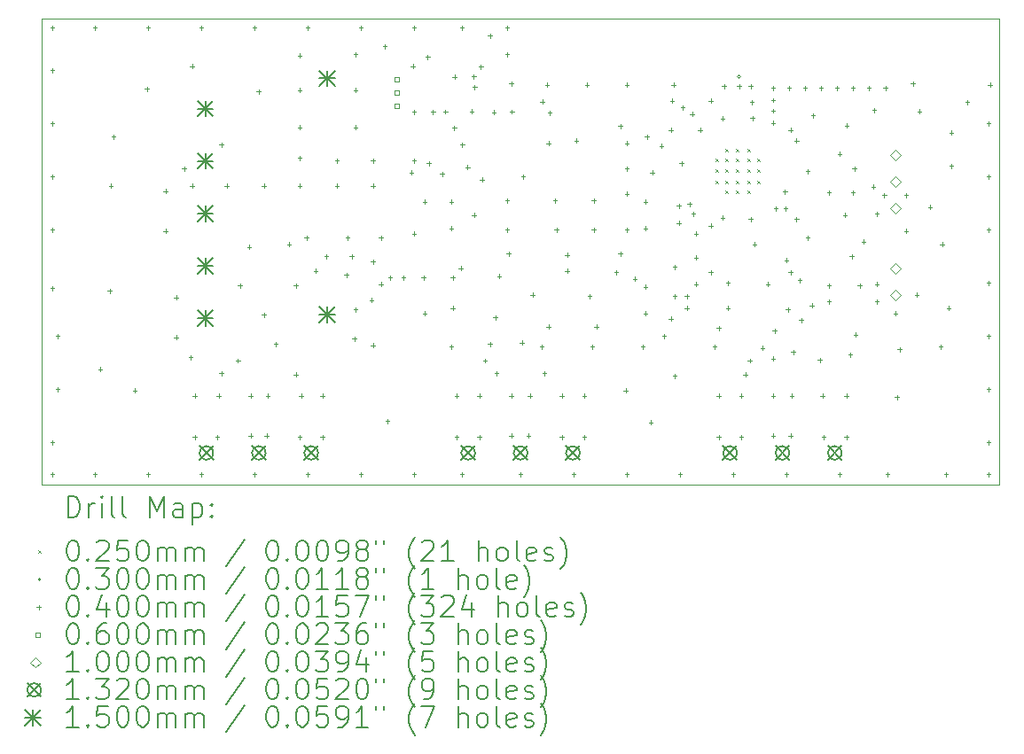
<source format=gbr>
%FSLAX45Y45*%
G04 Gerber Fmt 4.5, Leading zero omitted, Abs format (unit mm)*
G04 Created by KiCad (PCBNEW (6.0.1)) date 2022-02-04 15:05:05*
%MOMM*%
%LPD*%
G01*
G04 APERTURE LIST*
%TA.AperFunction,Profile*%
%ADD10C,0.100000*%
%TD*%
%ADD11C,0.200000*%
%ADD12C,0.025000*%
%ADD13C,0.030000*%
%ADD14C,0.040000*%
%ADD15C,0.060000*%
%ADD16C,0.100000*%
%ADD17C,0.132000*%
%ADD18C,0.150000*%
G04 APERTURE END LIST*
D10*
X8125000Y-8650000D02*
X17275000Y-8650000D01*
X17275000Y-8650000D02*
X17275000Y-13100000D01*
X17275000Y-13100000D02*
X8125000Y-13100000D01*
X8125000Y-13100000D02*
X8125000Y-8650000D01*
D11*
D12*
X14558422Y-10195937D02*
X14583422Y-10220937D01*
X14583422Y-10195937D02*
X14558422Y-10220937D01*
X14558522Y-9986448D02*
X14583522Y-10011448D01*
X14583522Y-9986448D02*
X14558522Y-10011448D01*
X14558660Y-10091620D02*
X14583660Y-10116620D01*
X14583660Y-10091620D02*
X14558660Y-10116620D01*
X14652642Y-9891348D02*
X14677642Y-9916348D01*
X14677642Y-9891348D02*
X14652642Y-9916348D01*
X14653375Y-10291536D02*
X14678375Y-10316536D01*
X14678375Y-10291536D02*
X14653375Y-10316536D01*
X14653560Y-9986620D02*
X14678560Y-10011620D01*
X14678560Y-9986620D02*
X14653560Y-10011620D01*
X14653560Y-10196620D02*
X14678560Y-10221620D01*
X14678560Y-10196620D02*
X14653560Y-10221620D01*
X14653660Y-10091620D02*
X14678660Y-10116620D01*
X14678660Y-10091620D02*
X14653660Y-10116620D01*
X14758660Y-9891620D02*
X14783660Y-9916620D01*
X14783660Y-9891620D02*
X14758660Y-9916620D01*
X14758660Y-9986620D02*
X14783660Y-10011620D01*
X14783660Y-9986620D02*
X14758660Y-10011620D01*
X14758660Y-10091620D02*
X14783660Y-10116620D01*
X14783660Y-10091620D02*
X14758660Y-10116620D01*
X14758660Y-10196620D02*
X14783660Y-10221620D01*
X14783660Y-10196620D02*
X14758660Y-10221620D01*
X14758660Y-10291620D02*
X14783660Y-10316620D01*
X14783660Y-10291620D02*
X14758660Y-10316620D01*
X14863153Y-9891448D02*
X14888153Y-9916448D01*
X14888153Y-9891448D02*
X14863153Y-9916448D01*
X14863660Y-9986620D02*
X14888660Y-10011620D01*
X14888660Y-9986620D02*
X14863660Y-10011620D01*
X14863660Y-10091620D02*
X14888660Y-10116620D01*
X14888660Y-10091620D02*
X14863660Y-10116620D01*
X14863660Y-10196620D02*
X14888660Y-10221620D01*
X14888660Y-10196620D02*
X14863660Y-10221620D01*
X14863660Y-10291620D02*
X14888660Y-10316620D01*
X14888660Y-10291620D02*
X14863660Y-10316620D01*
X14958153Y-9986448D02*
X14983153Y-10011448D01*
X14983153Y-9986448D02*
X14958153Y-10011448D01*
X14958297Y-10196506D02*
X14983297Y-10221506D01*
X14983297Y-10196506D02*
X14958297Y-10221506D01*
X14958660Y-10091620D02*
X14983660Y-10116620D01*
X14983660Y-10091620D02*
X14958660Y-10116620D01*
D13*
X14801160Y-9205080D02*
G75*
G03*
X14801160Y-9205080I-15000J0D01*
G01*
D14*
X8229600Y-8717600D02*
X8229600Y-8757600D01*
X8209600Y-8737600D02*
X8249600Y-8737600D01*
X8229600Y-9124000D02*
X8229600Y-9164000D01*
X8209600Y-9144000D02*
X8249600Y-9144000D01*
X8229600Y-9632000D02*
X8229600Y-9672000D01*
X8209600Y-9652000D02*
X8249600Y-9652000D01*
X8229600Y-10140000D02*
X8229600Y-10180000D01*
X8209600Y-10160000D02*
X8249600Y-10160000D01*
X8229600Y-10648000D02*
X8229600Y-10688000D01*
X8209600Y-10668000D02*
X8249600Y-10668000D01*
X8229600Y-11206800D02*
X8229600Y-11246800D01*
X8209600Y-11226800D02*
X8249600Y-11226800D01*
X8229600Y-12680000D02*
X8229600Y-12720000D01*
X8209600Y-12700000D02*
X8249600Y-12700000D01*
X8229600Y-12984800D02*
X8229600Y-13024800D01*
X8209600Y-13004800D02*
X8249600Y-13004800D01*
X8280400Y-11664000D02*
X8280400Y-11704000D01*
X8260400Y-11684000D02*
X8300400Y-11684000D01*
X8280400Y-12172000D02*
X8280400Y-12212000D01*
X8260400Y-12192000D02*
X8300400Y-12192000D01*
X8636000Y-8717600D02*
X8636000Y-8757600D01*
X8616000Y-8737600D02*
X8656000Y-8737600D01*
X8636000Y-12984800D02*
X8636000Y-13024800D01*
X8616000Y-13004800D02*
X8656000Y-13004800D01*
X8686800Y-11981500D02*
X8686800Y-12021500D01*
X8666800Y-12001500D02*
X8706800Y-12001500D01*
X8775700Y-11232200D02*
X8775700Y-11272200D01*
X8755700Y-11252200D02*
X8795700Y-11252200D01*
X8788400Y-10228900D02*
X8788400Y-10268900D01*
X8768400Y-10248900D02*
X8808400Y-10248900D01*
X8813800Y-9759000D02*
X8813800Y-9799000D01*
X8793800Y-9779000D02*
X8833800Y-9779000D01*
X9017000Y-12184700D02*
X9017000Y-12224700D01*
X8997000Y-12204700D02*
X9037000Y-12204700D01*
X9131300Y-9301800D02*
X9131300Y-9341800D01*
X9111300Y-9321800D02*
X9151300Y-9321800D01*
X9144000Y-8717600D02*
X9144000Y-8757600D01*
X9124000Y-8737600D02*
X9164000Y-8737600D01*
X9144000Y-12984800D02*
X9144000Y-13024800D01*
X9124000Y-13004800D02*
X9164000Y-13004800D01*
X9309100Y-10279700D02*
X9309100Y-10319700D01*
X9289100Y-10299700D02*
X9329100Y-10299700D01*
X9309100Y-10660700D02*
X9309100Y-10700700D01*
X9289100Y-10680700D02*
X9329100Y-10680700D01*
X9410700Y-11295700D02*
X9410700Y-11335700D01*
X9390700Y-11315700D02*
X9430700Y-11315700D01*
X9410700Y-11676700D02*
X9410700Y-11716700D01*
X9390700Y-11696700D02*
X9430700Y-11696700D01*
X9486900Y-10063800D02*
X9486900Y-10103800D01*
X9466900Y-10083800D02*
X9506900Y-10083800D01*
X9550400Y-11867200D02*
X9550400Y-11907200D01*
X9530400Y-11887200D02*
X9570400Y-11887200D01*
X9563100Y-9085900D02*
X9563100Y-9125900D01*
X9543100Y-9105900D02*
X9583100Y-9105900D01*
X9563100Y-10228900D02*
X9563100Y-10268900D01*
X9543100Y-10248900D02*
X9583100Y-10248900D01*
X9588500Y-12235500D02*
X9588500Y-12275500D01*
X9568500Y-12255500D02*
X9608500Y-12255500D01*
X9588500Y-12629200D02*
X9588500Y-12669200D01*
X9568500Y-12649200D02*
X9608500Y-12649200D01*
X9652000Y-8717600D02*
X9652000Y-8757600D01*
X9632000Y-8737600D02*
X9672000Y-8737600D01*
X9652000Y-12984800D02*
X9652000Y-13024800D01*
X9632000Y-13004800D02*
X9672000Y-13004800D01*
X9804400Y-12629200D02*
X9804400Y-12669200D01*
X9784400Y-12649200D02*
X9824400Y-12649200D01*
X9817100Y-12235500D02*
X9817100Y-12275500D01*
X9797100Y-12255500D02*
X9837100Y-12255500D01*
X9842500Y-9835200D02*
X9842500Y-9875200D01*
X9822500Y-9855200D02*
X9862500Y-9855200D01*
X9842500Y-12019600D02*
X9842500Y-12059600D01*
X9822500Y-12039600D02*
X9862500Y-12039600D01*
X9893300Y-10228900D02*
X9893300Y-10268900D01*
X9873300Y-10248900D02*
X9913300Y-10248900D01*
X10000000Y-11897680D02*
X10000000Y-11937680D01*
X9980000Y-11917680D02*
X10020000Y-11917680D01*
X10020300Y-11181400D02*
X10020300Y-11221400D01*
X10000300Y-11201400D02*
X10040300Y-11201400D01*
X10109200Y-10813100D02*
X10109200Y-10853100D01*
X10089200Y-10833100D02*
X10129200Y-10833100D01*
X10121900Y-12235500D02*
X10121900Y-12275500D01*
X10101900Y-12255500D02*
X10141900Y-12255500D01*
X10121900Y-12616500D02*
X10121900Y-12656500D01*
X10101900Y-12636500D02*
X10141900Y-12636500D01*
X10160000Y-8717600D02*
X10160000Y-8757600D01*
X10140000Y-8737600D02*
X10180000Y-8737600D01*
X10160000Y-12984800D02*
X10160000Y-13024800D01*
X10140000Y-13004800D02*
X10180000Y-13004800D01*
X10198100Y-9327200D02*
X10198100Y-9367200D01*
X10178100Y-9347200D02*
X10218100Y-9347200D01*
X10248900Y-10228900D02*
X10248900Y-10268900D01*
X10228900Y-10248900D02*
X10268900Y-10248900D01*
X10248900Y-11460800D02*
X10248900Y-11500800D01*
X10228900Y-11480800D02*
X10268900Y-11480800D01*
X10274300Y-12616500D02*
X10274300Y-12656500D01*
X10254300Y-12636500D02*
X10294300Y-12636500D01*
X10287000Y-12235500D02*
X10287000Y-12275500D01*
X10267000Y-12255500D02*
X10307000Y-12255500D01*
X10363200Y-11740200D02*
X10363200Y-11780200D01*
X10343200Y-11760200D02*
X10383200Y-11760200D01*
X10490200Y-10787700D02*
X10490200Y-10827700D01*
X10470200Y-10807700D02*
X10510200Y-10807700D01*
X10553700Y-11181400D02*
X10553700Y-11221400D01*
X10533700Y-11201400D02*
X10573700Y-11201400D01*
X10553700Y-12032300D02*
X10553700Y-12072300D01*
X10533700Y-12052300D02*
X10573700Y-12052300D01*
X10591800Y-8984300D02*
X10591800Y-9024300D01*
X10571800Y-9004300D02*
X10611800Y-9004300D01*
X10591800Y-9314500D02*
X10591800Y-9354500D01*
X10571800Y-9334500D02*
X10611800Y-9334500D01*
X10591800Y-9670100D02*
X10591800Y-9710100D01*
X10571800Y-9690100D02*
X10611800Y-9690100D01*
X10591800Y-9962200D02*
X10591800Y-10002200D01*
X10571800Y-9982200D02*
X10611800Y-9982200D01*
X10591800Y-10228900D02*
X10591800Y-10268900D01*
X10571800Y-10248900D02*
X10611800Y-10248900D01*
X10591800Y-12629200D02*
X10591800Y-12669200D01*
X10571800Y-12649200D02*
X10611800Y-12649200D01*
X10604500Y-12235500D02*
X10604500Y-12275500D01*
X10584500Y-12255500D02*
X10624500Y-12255500D01*
X10655300Y-10724200D02*
X10655300Y-10764200D01*
X10635300Y-10744200D02*
X10675300Y-10744200D01*
X10668000Y-8717600D02*
X10668000Y-8757600D01*
X10648000Y-8737600D02*
X10688000Y-8737600D01*
X10668000Y-12984800D02*
X10668000Y-13024800D01*
X10648000Y-13004800D02*
X10688000Y-13004800D01*
X10744200Y-11041700D02*
X10744200Y-11081700D01*
X10724200Y-11061700D02*
X10764200Y-11061700D01*
X10807700Y-12235500D02*
X10807700Y-12275500D01*
X10787700Y-12255500D02*
X10827700Y-12255500D01*
X10807700Y-12629200D02*
X10807700Y-12669200D01*
X10787700Y-12649200D02*
X10827700Y-12649200D01*
X10845800Y-10902000D02*
X10845800Y-10942000D01*
X10825800Y-10922000D02*
X10865800Y-10922000D01*
X10947400Y-9987600D02*
X10947400Y-10027600D01*
X10927400Y-10007600D02*
X10967400Y-10007600D01*
X10947400Y-10228900D02*
X10947400Y-10268900D01*
X10927400Y-10248900D02*
X10967400Y-10248900D01*
X11036300Y-11079800D02*
X11036300Y-11119800D01*
X11016300Y-11099800D02*
X11056300Y-11099800D01*
X11049000Y-10724200D02*
X11049000Y-10764200D01*
X11029000Y-10744200D02*
X11069000Y-10744200D01*
X11087100Y-10902000D02*
X11087100Y-10942000D01*
X11067100Y-10922000D02*
X11107100Y-10922000D01*
X11112500Y-11689400D02*
X11112500Y-11729400D01*
X11092500Y-11709400D02*
X11132500Y-11709400D01*
X11125200Y-8971600D02*
X11125200Y-9011600D01*
X11105200Y-8991600D02*
X11145200Y-8991600D01*
X11125200Y-9314500D02*
X11125200Y-9354500D01*
X11105200Y-9334500D02*
X11145200Y-9334500D01*
X11125200Y-9670100D02*
X11125200Y-9710100D01*
X11105200Y-9690100D02*
X11145200Y-9690100D01*
X11125200Y-11410000D02*
X11125200Y-11450000D01*
X11105200Y-11430000D02*
X11145200Y-11430000D01*
X11176000Y-8717600D02*
X11176000Y-8757600D01*
X11156000Y-8737600D02*
X11196000Y-8737600D01*
X11176000Y-12984800D02*
X11176000Y-13024800D01*
X11156000Y-13004800D02*
X11196000Y-13004800D01*
X11277600Y-11321100D02*
X11277600Y-11361100D01*
X11257600Y-11341100D02*
X11297600Y-11341100D01*
X11290300Y-9987600D02*
X11290300Y-10027600D01*
X11270300Y-10007600D02*
X11310300Y-10007600D01*
X11290300Y-10228900D02*
X11290300Y-10268900D01*
X11270300Y-10248900D02*
X11310300Y-10248900D01*
X11290300Y-10952800D02*
X11290300Y-10992800D01*
X11270300Y-10972800D02*
X11310300Y-10972800D01*
X11290300Y-11752900D02*
X11290300Y-11792900D01*
X11270300Y-11772900D02*
X11310300Y-11772900D01*
X11366500Y-10724200D02*
X11366500Y-10764200D01*
X11346500Y-10744200D02*
X11386500Y-10744200D01*
X11366500Y-11168700D02*
X11366500Y-11208700D01*
X11346500Y-11188700D02*
X11386500Y-11188700D01*
X11404600Y-8895400D02*
X11404600Y-8935400D01*
X11384600Y-8915400D02*
X11424600Y-8915400D01*
X11430000Y-12476800D02*
X11430000Y-12516800D01*
X11410000Y-12496800D02*
X11450000Y-12496800D01*
X11455400Y-11105200D02*
X11455400Y-11145200D01*
X11435400Y-11125200D02*
X11475400Y-11125200D01*
X11582400Y-11105200D02*
X11582400Y-11145200D01*
X11562400Y-11125200D02*
X11602400Y-11125200D01*
X11658600Y-10101900D02*
X11658600Y-10141900D01*
X11638600Y-10121900D02*
X11678600Y-10121900D01*
X11673458Y-9084542D02*
X11673458Y-9124542D01*
X11653458Y-9104542D02*
X11693458Y-9104542D01*
X11683618Y-9521422D02*
X11683618Y-9561422D01*
X11663618Y-9541422D02*
X11703618Y-9541422D01*
X11684000Y-8717600D02*
X11684000Y-8757600D01*
X11664000Y-8737600D02*
X11704000Y-8737600D01*
X11684000Y-9987600D02*
X11684000Y-10027600D01*
X11664000Y-10007600D02*
X11704000Y-10007600D01*
X11684000Y-10686100D02*
X11684000Y-10726100D01*
X11664000Y-10706100D02*
X11704000Y-10706100D01*
X11684000Y-12984800D02*
X11684000Y-13024800D01*
X11664000Y-13004800D02*
X11704000Y-13004800D01*
X11772900Y-11105200D02*
X11772900Y-11145200D01*
X11752900Y-11125200D02*
X11792900Y-11125200D01*
X11785600Y-10381300D02*
X11785600Y-10421300D01*
X11765600Y-10401300D02*
X11805600Y-10401300D01*
X11785600Y-11448100D02*
X11785600Y-11488100D01*
X11765600Y-11468100D02*
X11805600Y-11468100D01*
X11813158Y-8995642D02*
X11813158Y-9035642D01*
X11793158Y-9015642D02*
X11833158Y-9015642D01*
X11825858Y-10011642D02*
X11825858Y-10051642D01*
X11805858Y-10031642D02*
X11845858Y-10031642D01*
X11863762Y-9522942D02*
X11863762Y-9562942D01*
X11843762Y-9542942D02*
X11883762Y-9542942D01*
X11950700Y-10114600D02*
X11950700Y-10154600D01*
X11930700Y-10134600D02*
X11970700Y-10134600D01*
X11982540Y-9518464D02*
X11982540Y-9558464D01*
X11962540Y-9538464D02*
X12002540Y-9538464D01*
X12039600Y-10381300D02*
X12039600Y-10421300D01*
X12019600Y-10401300D02*
X12059600Y-10401300D01*
X12039600Y-10635300D02*
X12039600Y-10675300D01*
X12019600Y-10655300D02*
X12059600Y-10655300D01*
X12039600Y-11765600D02*
X12039600Y-11805600D01*
X12019600Y-11785600D02*
X12059600Y-11785600D01*
X12052300Y-11105200D02*
X12052300Y-11145200D01*
X12032300Y-11125200D02*
X12072300Y-11125200D01*
X12052300Y-11397300D02*
X12052300Y-11437300D01*
X12032300Y-11417300D02*
X12072300Y-11417300D01*
X12066962Y-9675342D02*
X12066962Y-9715342D01*
X12046962Y-9695342D02*
X12086962Y-9695342D01*
X12070012Y-9186142D02*
X12070012Y-9226142D01*
X12050012Y-9206142D02*
X12090012Y-9206142D01*
X12090400Y-12235500D02*
X12090400Y-12275500D01*
X12070400Y-12255500D02*
X12110400Y-12255500D01*
X12090400Y-12629200D02*
X12090400Y-12669200D01*
X12070400Y-12649200D02*
X12110400Y-12649200D01*
X12128500Y-11016300D02*
X12128500Y-11056300D01*
X12108500Y-11036300D02*
X12148500Y-11036300D01*
X12141200Y-8717600D02*
X12141200Y-8757600D01*
X12121200Y-8737600D02*
X12161200Y-8737600D01*
X12141200Y-12984800D02*
X12141200Y-13024800D01*
X12121200Y-13004800D02*
X12161200Y-13004800D01*
X12143358Y-9833842D02*
X12143358Y-9873842D01*
X12123358Y-9853842D02*
X12163358Y-9853842D01*
X12193962Y-10049742D02*
X12193962Y-10089742D01*
X12173962Y-10069742D02*
X12213962Y-10069742D01*
X12234070Y-9515997D02*
X12234070Y-9555997D01*
X12214070Y-9535997D02*
X12254070Y-9535997D01*
X12254912Y-9183983D02*
X12254912Y-9223983D01*
X12234912Y-9203983D02*
X12274912Y-9203983D01*
X12255500Y-10508300D02*
X12255500Y-10548300D01*
X12235500Y-10528300D02*
X12275500Y-10528300D01*
X12262738Y-9283043D02*
X12262738Y-9323043D01*
X12242738Y-9303043D02*
X12282738Y-9303043D01*
X12306300Y-12235500D02*
X12306300Y-12275500D01*
X12286300Y-12255500D02*
X12326300Y-12255500D01*
X12306300Y-12629200D02*
X12306300Y-12669200D01*
X12286300Y-12649200D02*
X12326300Y-12649200D01*
X12320962Y-9091042D02*
X12320962Y-9131042D01*
X12300962Y-9111042D02*
X12340962Y-9111042D01*
X12333858Y-10169122D02*
X12333858Y-10209122D01*
X12313858Y-10189122D02*
X12353858Y-10189122D01*
X12359640Y-11897680D02*
X12359640Y-11937680D01*
X12339640Y-11917680D02*
X12379640Y-11917680D01*
X12407900Y-8793800D02*
X12407900Y-8833800D01*
X12387900Y-8813800D02*
X12427900Y-8813800D01*
X12407900Y-11740200D02*
X12407900Y-11780200D01*
X12387900Y-11760200D02*
X12427900Y-11760200D01*
X12445618Y-9524343D02*
X12445618Y-9564343D01*
X12425618Y-9544343D02*
X12465618Y-9544343D01*
X12458700Y-11486200D02*
X12458700Y-11526200D01*
X12438700Y-11506200D02*
X12478700Y-11506200D01*
X12471400Y-12019600D02*
X12471400Y-12059600D01*
X12451400Y-12039600D02*
X12491400Y-12039600D01*
X12496800Y-11092500D02*
X12496800Y-11132500D01*
X12476800Y-11112500D02*
X12516800Y-11112500D01*
X12573000Y-8717600D02*
X12573000Y-8757600D01*
X12553000Y-8737600D02*
X12593000Y-8737600D01*
X12573000Y-8971600D02*
X12573000Y-9011600D01*
X12553000Y-8991600D02*
X12593000Y-8991600D01*
X12573000Y-10368600D02*
X12573000Y-10408600D01*
X12553000Y-10388600D02*
X12593000Y-10388600D01*
X12573000Y-10648000D02*
X12573000Y-10688000D01*
X12553000Y-10668000D02*
X12593000Y-10668000D01*
X12585700Y-10876600D02*
X12585700Y-10916600D01*
X12565700Y-10896600D02*
X12605700Y-10896600D01*
X12611100Y-9251000D02*
X12611100Y-9291000D01*
X12591100Y-9271000D02*
X12631100Y-9271000D01*
X12611100Y-12235500D02*
X12611100Y-12275500D01*
X12591100Y-12255500D02*
X12631100Y-12255500D01*
X12611100Y-12616500D02*
X12611100Y-12656500D01*
X12591100Y-12636500D02*
X12631100Y-12636500D01*
X12618338Y-9519263D02*
X12618338Y-9559263D01*
X12598338Y-9539263D02*
X12638338Y-9539263D01*
X12700000Y-12984800D02*
X12700000Y-13024800D01*
X12680000Y-13004800D02*
X12720000Y-13004800D01*
X12712700Y-11727500D02*
X12712700Y-11767500D01*
X12692700Y-11747500D02*
X12732700Y-11747500D01*
X12725400Y-10140000D02*
X12725400Y-10180000D01*
X12705400Y-10160000D02*
X12745400Y-10160000D01*
X12776200Y-12616500D02*
X12776200Y-12656500D01*
X12756200Y-12636500D02*
X12796200Y-12636500D01*
X12788900Y-12235500D02*
X12788900Y-12275500D01*
X12768900Y-12255500D02*
X12808900Y-12255500D01*
X12814300Y-11270300D02*
X12814300Y-11310300D01*
X12794300Y-11290300D02*
X12834300Y-11290300D01*
X12903200Y-11765600D02*
X12903200Y-11805600D01*
X12883200Y-11785600D02*
X12923200Y-11785600D01*
X12908280Y-9423720D02*
X12908280Y-9463720D01*
X12888280Y-9443720D02*
X12928280Y-9443720D01*
X12928600Y-12019600D02*
X12928600Y-12059600D01*
X12908600Y-12039600D02*
X12948600Y-12039600D01*
X12954000Y-9263700D02*
X12954000Y-9303700D01*
X12934000Y-9283700D02*
X12974000Y-9283700D01*
X12966700Y-9822500D02*
X12966700Y-9862500D01*
X12946700Y-9842500D02*
X12986700Y-9842500D01*
X12966700Y-11575100D02*
X12966700Y-11615100D01*
X12946700Y-11595100D02*
X12986700Y-11595100D01*
X12979400Y-9530400D02*
X12979400Y-9570400D01*
X12959400Y-9550400D02*
X12999400Y-9550400D01*
X13030200Y-10368600D02*
X13030200Y-10408600D01*
X13010200Y-10388600D02*
X13050200Y-10388600D01*
X13042900Y-10648000D02*
X13042900Y-10688000D01*
X13022900Y-10668000D02*
X13062900Y-10668000D01*
X13093700Y-12235500D02*
X13093700Y-12275500D01*
X13073700Y-12255500D02*
X13113700Y-12255500D01*
X13093700Y-12629200D02*
X13093700Y-12669200D01*
X13073700Y-12649200D02*
X13113700Y-12649200D01*
X13144500Y-10889300D02*
X13144500Y-10929300D01*
X13124500Y-10909300D02*
X13164500Y-10909300D01*
X13144500Y-11041700D02*
X13144500Y-11081700D01*
X13124500Y-11061700D02*
X13164500Y-11061700D01*
X13208000Y-12984800D02*
X13208000Y-13024800D01*
X13188000Y-13004800D02*
X13228000Y-13004800D01*
X13233400Y-9797100D02*
X13233400Y-9837100D01*
X13213400Y-9817100D02*
X13253400Y-9817100D01*
X13309600Y-12235500D02*
X13309600Y-12275500D01*
X13289600Y-12255500D02*
X13329600Y-12255500D01*
X13309600Y-12629200D02*
X13309600Y-12669200D01*
X13289600Y-12649200D02*
X13329600Y-12649200D01*
X13335000Y-9263700D02*
X13335000Y-9303700D01*
X13315000Y-9283700D02*
X13355000Y-9283700D01*
X13360400Y-11283000D02*
X13360400Y-11323000D01*
X13340400Y-11303000D02*
X13380400Y-11303000D01*
X13385800Y-11765600D02*
X13385800Y-11805600D01*
X13365800Y-11785600D02*
X13405800Y-11785600D01*
X13398500Y-10368600D02*
X13398500Y-10408600D01*
X13378500Y-10388600D02*
X13418500Y-10388600D01*
X13398500Y-10648000D02*
X13398500Y-10688000D01*
X13378500Y-10668000D02*
X13418500Y-10668000D01*
X13423900Y-11575100D02*
X13423900Y-11615100D01*
X13403900Y-11595100D02*
X13443900Y-11595100D01*
X13614400Y-11054400D02*
X13614400Y-11094400D01*
X13594400Y-11074400D02*
X13634400Y-11074400D01*
X13652500Y-9657400D02*
X13652500Y-9697400D01*
X13632500Y-9677400D02*
X13672500Y-9677400D01*
X13652500Y-10876600D02*
X13652500Y-10916600D01*
X13632500Y-10896600D02*
X13672500Y-10896600D01*
X13703300Y-12184700D02*
X13703300Y-12224700D01*
X13683300Y-12204700D02*
X13723300Y-12204700D01*
X13716000Y-9263700D02*
X13716000Y-9303700D01*
X13696000Y-9283700D02*
X13736000Y-9283700D01*
X13716000Y-9822500D02*
X13716000Y-9862500D01*
X13696000Y-9842500D02*
X13736000Y-9842500D01*
X13716000Y-10063800D02*
X13716000Y-10103800D01*
X13696000Y-10083800D02*
X13736000Y-10083800D01*
X13716000Y-10305100D02*
X13716000Y-10345100D01*
X13696000Y-10325100D02*
X13736000Y-10325100D01*
X13716000Y-10648000D02*
X13716000Y-10688000D01*
X13696000Y-10668000D02*
X13736000Y-10668000D01*
X13716000Y-12984800D02*
X13716000Y-13024800D01*
X13696000Y-13004800D02*
X13736000Y-13004800D01*
X13792200Y-11117900D02*
X13792200Y-11157900D01*
X13772200Y-11137900D02*
X13812200Y-11137900D01*
X13868400Y-11765600D02*
X13868400Y-11805600D01*
X13848400Y-11785600D02*
X13888400Y-11785600D01*
X13893800Y-10381300D02*
X13893800Y-10421300D01*
X13873800Y-10401300D02*
X13913800Y-10401300D01*
X13893800Y-10635300D02*
X13893800Y-10675300D01*
X13873800Y-10655300D02*
X13913800Y-10655300D01*
X13893800Y-11194100D02*
X13893800Y-11234100D01*
X13873800Y-11214100D02*
X13913800Y-11214100D01*
X13893800Y-11448100D02*
X13893800Y-11488100D01*
X13873800Y-11468100D02*
X13913800Y-11468100D01*
X13906500Y-9759000D02*
X13906500Y-9799000D01*
X13886500Y-9779000D02*
X13926500Y-9779000D01*
X13944600Y-12489500D02*
X13944600Y-12529500D01*
X13924600Y-12509500D02*
X13964600Y-12509500D01*
X13957300Y-10101900D02*
X13957300Y-10141900D01*
X13937300Y-10121900D02*
X13977300Y-10121900D01*
X14046200Y-9847900D02*
X14046200Y-9887900D01*
X14026200Y-9867900D02*
X14066200Y-9867900D01*
X14071600Y-11664000D02*
X14071600Y-11704000D01*
X14051600Y-11684000D02*
X14091600Y-11684000D01*
X14135100Y-9695500D02*
X14135100Y-9735500D01*
X14115100Y-9715500D02*
X14155100Y-9715500D01*
X14135100Y-11498900D02*
X14135100Y-11538900D01*
X14115100Y-11518900D02*
X14155100Y-11518900D01*
X14147800Y-9416100D02*
X14147800Y-9456100D01*
X14127800Y-9436100D02*
X14167800Y-9436100D01*
X14160500Y-9263700D02*
X14160500Y-9303700D01*
X14140500Y-9283700D02*
X14180500Y-9283700D01*
X14173200Y-11003600D02*
X14173200Y-11043600D01*
X14153200Y-11023600D02*
X14193200Y-11023600D01*
X14173200Y-11283000D02*
X14173200Y-11323000D01*
X14153200Y-11303000D02*
X14193200Y-11303000D01*
X14173200Y-12045000D02*
X14173200Y-12085000D01*
X14153200Y-12065000D02*
X14193200Y-12065000D01*
X14211300Y-10419400D02*
X14211300Y-10459400D01*
X14191300Y-10439400D02*
X14231300Y-10439400D01*
X14211300Y-10584500D02*
X14211300Y-10624500D01*
X14191300Y-10604500D02*
X14231300Y-10604500D01*
X14224000Y-12984800D02*
X14224000Y-13024800D01*
X14204000Y-13004800D02*
X14244000Y-13004800D01*
X14238000Y-10013000D02*
X14238000Y-10053000D01*
X14218000Y-10033000D02*
X14258000Y-10033000D01*
X14249400Y-9479600D02*
X14249400Y-9519600D01*
X14229400Y-9499600D02*
X14269400Y-9499600D01*
X14287500Y-11283000D02*
X14287500Y-11323000D01*
X14267500Y-11303000D02*
X14307500Y-11303000D01*
X14287500Y-11397300D02*
X14287500Y-11437300D01*
X14267500Y-11417300D02*
X14307500Y-11417300D01*
X14312900Y-10402314D02*
X14312900Y-10442314D01*
X14292900Y-10422314D02*
X14332900Y-10422314D01*
X14338300Y-9543100D02*
X14338300Y-9583100D01*
X14318300Y-9563100D02*
X14358300Y-9563100D01*
X14351000Y-10495600D02*
X14351000Y-10535600D01*
X14331000Y-10515600D02*
X14371000Y-10515600D01*
X14376400Y-10686100D02*
X14376400Y-10726100D01*
X14356400Y-10706100D02*
X14396400Y-10706100D01*
X14376400Y-10914700D02*
X14376400Y-10954700D01*
X14356400Y-10934700D02*
X14396400Y-10934700D01*
X14376400Y-11168700D02*
X14376400Y-11208700D01*
X14356400Y-11188700D02*
X14396400Y-11188700D01*
X14414500Y-9695500D02*
X14414500Y-9735500D01*
X14394500Y-9715500D02*
X14434500Y-9715500D01*
X14516100Y-10609900D02*
X14516100Y-10649900D01*
X14496100Y-10629900D02*
X14536100Y-10629900D01*
X14516100Y-11054400D02*
X14516100Y-11094400D01*
X14496100Y-11074400D02*
X14536100Y-11074400D01*
X14518430Y-9416100D02*
X14518430Y-9456100D01*
X14498430Y-9436100D02*
X14538430Y-9436100D01*
X14554200Y-11765600D02*
X14554200Y-11805600D01*
X14534200Y-11785600D02*
X14574200Y-11785600D01*
X14592300Y-11587800D02*
X14592300Y-11627800D01*
X14572300Y-11607800D02*
X14612300Y-11607800D01*
X14592300Y-12235500D02*
X14592300Y-12275500D01*
X14572300Y-12255500D02*
X14612300Y-12255500D01*
X14592300Y-12629200D02*
X14592300Y-12669200D01*
X14572300Y-12649200D02*
X14612300Y-12649200D01*
X14630400Y-10533700D02*
X14630400Y-10573700D01*
X14610400Y-10553700D02*
X14650400Y-10553700D01*
X14630516Y-9584143D02*
X14630516Y-9624143D01*
X14610516Y-9604143D02*
X14650516Y-9604143D01*
X14643100Y-9276400D02*
X14643100Y-9316400D01*
X14623100Y-9296400D02*
X14663100Y-9296400D01*
X14681200Y-11156000D02*
X14681200Y-11196000D01*
X14661200Y-11176000D02*
X14701200Y-11176000D01*
X14681200Y-11397300D02*
X14681200Y-11437300D01*
X14661200Y-11417300D02*
X14701200Y-11417300D01*
X14732000Y-12984800D02*
X14732000Y-13024800D01*
X14712000Y-13004800D02*
X14752000Y-13004800D01*
X14787880Y-9276400D02*
X14787880Y-9316400D01*
X14767880Y-9296400D02*
X14807880Y-9296400D01*
X14808200Y-12235500D02*
X14808200Y-12275500D01*
X14788200Y-12255500D02*
X14828200Y-12255500D01*
X14808200Y-12629200D02*
X14808200Y-12669200D01*
X14788200Y-12649200D02*
X14828200Y-12649200D01*
X14846300Y-12032300D02*
X14846300Y-12072300D01*
X14826300Y-12052300D02*
X14866300Y-12052300D01*
X14889480Y-11897680D02*
X14889480Y-11937680D01*
X14869480Y-11917680D02*
X14909480Y-11917680D01*
X14897100Y-9276400D02*
X14897100Y-9316400D01*
X14877100Y-9296400D02*
X14917100Y-9296400D01*
X14897100Y-10546400D02*
X14897100Y-10586400D01*
X14877100Y-10566400D02*
X14917100Y-10566400D01*
X14909800Y-9428800D02*
X14909800Y-9468800D01*
X14889800Y-9448800D02*
X14929800Y-9448800D01*
X14915330Y-9581200D02*
X14915330Y-9621200D01*
X14895330Y-9601200D02*
X14935330Y-9601200D01*
X14935200Y-10787700D02*
X14935200Y-10827700D01*
X14915200Y-10807700D02*
X14955200Y-10807700D01*
X15011400Y-11778300D02*
X15011400Y-11818300D01*
X14991400Y-11798300D02*
X15031400Y-11798300D01*
X15062200Y-11168700D02*
X15062200Y-11208700D01*
X15042200Y-11188700D02*
X15082200Y-11188700D01*
X15113000Y-9291640D02*
X15113000Y-9331640D01*
X15093000Y-9311640D02*
X15133000Y-9311640D01*
X15113000Y-9408480D02*
X15113000Y-9448480D01*
X15093000Y-9428480D02*
X15133000Y-9428480D01*
X15113000Y-9510080D02*
X15113000Y-9550080D01*
X15093000Y-9530080D02*
X15133000Y-9530080D01*
X15113000Y-9626920D02*
X15113000Y-9666920D01*
X15093000Y-9646920D02*
X15133000Y-9646920D01*
X15113000Y-11879900D02*
X15113000Y-11919900D01*
X15093000Y-11899900D02*
X15133000Y-11899900D01*
X15113000Y-12235500D02*
X15113000Y-12275500D01*
X15093000Y-12255500D02*
X15133000Y-12255500D01*
X15113000Y-12616500D02*
X15113000Y-12656500D01*
X15093000Y-12636500D02*
X15133000Y-12636500D01*
X15125700Y-11613200D02*
X15125700Y-11653200D01*
X15105700Y-11633200D02*
X15145700Y-11633200D01*
X15138400Y-10444800D02*
X15138400Y-10484800D01*
X15118400Y-10464800D02*
X15158400Y-10464800D01*
X15224760Y-10282240D02*
X15224760Y-10322240D01*
X15204760Y-10302240D02*
X15244760Y-10302240D01*
X15229840Y-10444800D02*
X15229840Y-10484800D01*
X15209840Y-10464800D02*
X15249840Y-10464800D01*
X15240000Y-10940100D02*
X15240000Y-10980100D01*
X15220000Y-10960100D02*
X15260000Y-10960100D01*
X15240000Y-12984800D02*
X15240000Y-13024800D01*
X15220000Y-13004800D02*
X15260000Y-13004800D01*
X15252700Y-11410000D02*
X15252700Y-11450000D01*
X15232700Y-11430000D02*
X15272700Y-11430000D01*
X15265400Y-9291640D02*
X15265400Y-9331640D01*
X15245400Y-9311640D02*
X15285400Y-9311640D01*
X15278100Y-9695500D02*
X15278100Y-9735500D01*
X15258100Y-9715500D02*
X15298100Y-9715500D01*
X15278100Y-11054400D02*
X15278100Y-11094400D01*
X15258100Y-11074400D02*
X15298100Y-11074400D01*
X15278100Y-12616500D02*
X15278100Y-12656500D01*
X15258100Y-12636500D02*
X15298100Y-12636500D01*
X15290800Y-12235500D02*
X15290800Y-12275500D01*
X15270800Y-12255500D02*
X15310800Y-12255500D01*
X15303500Y-11816400D02*
X15303500Y-11856400D01*
X15283500Y-11836400D02*
X15323500Y-11836400D01*
X15336520Y-9794560D02*
X15336520Y-9834560D01*
X15316520Y-9814560D02*
X15356520Y-9814560D01*
X15336520Y-10546400D02*
X15336520Y-10586400D01*
X15316520Y-10566400D02*
X15356520Y-10566400D01*
X15367000Y-11130600D02*
X15367000Y-11170600D01*
X15347000Y-11150600D02*
X15387000Y-11150600D01*
X15379700Y-11511600D02*
X15379700Y-11551600D01*
X15359700Y-11531600D02*
X15399700Y-11531600D01*
X15417800Y-9291640D02*
X15417800Y-9331640D01*
X15397800Y-9311640D02*
X15437800Y-9311640D01*
X15443200Y-10089200D02*
X15443200Y-10129200D01*
X15423200Y-10109200D02*
X15463200Y-10109200D01*
X15443200Y-10724200D02*
X15443200Y-10764200D01*
X15423200Y-10744200D02*
X15463200Y-10744200D01*
X15481300Y-11371900D02*
X15481300Y-11411900D01*
X15461300Y-11391900D02*
X15501300Y-11391900D01*
X15494000Y-9555800D02*
X15494000Y-9595800D01*
X15474000Y-9575800D02*
X15514000Y-9575800D01*
X15557500Y-11892600D02*
X15557500Y-11932600D01*
X15537500Y-11912600D02*
X15577500Y-11912600D01*
X15570200Y-9291640D02*
X15570200Y-9331640D01*
X15550200Y-9311640D02*
X15590200Y-9311640D01*
X15582900Y-12235500D02*
X15582900Y-12275500D01*
X15562900Y-12255500D02*
X15602900Y-12255500D01*
X15595600Y-12629200D02*
X15595600Y-12669200D01*
X15575600Y-12649200D02*
X15615600Y-12649200D01*
X15646400Y-10292400D02*
X15646400Y-10332400D01*
X15626400Y-10312400D02*
X15666400Y-10312400D01*
X15646400Y-11181400D02*
X15646400Y-11221400D01*
X15626400Y-11201400D02*
X15666400Y-11201400D01*
X15646400Y-11333800D02*
X15646400Y-11373800D01*
X15626400Y-11353800D02*
X15666400Y-11353800D01*
X15722600Y-9291640D02*
X15722600Y-9331640D01*
X15702600Y-9311640D02*
X15742600Y-9311640D01*
X15748000Y-9924100D02*
X15748000Y-9964100D01*
X15728000Y-9944100D02*
X15768000Y-9944100D01*
X15748000Y-12984800D02*
X15748000Y-13024800D01*
X15728000Y-13004800D02*
X15768000Y-13004800D01*
X15798800Y-10508300D02*
X15798800Y-10548300D01*
X15778800Y-10528300D02*
X15818800Y-10528300D01*
X15811500Y-12235500D02*
X15811500Y-12275500D01*
X15791500Y-12255500D02*
X15831500Y-12255500D01*
X15811500Y-12629200D02*
X15811500Y-12669200D01*
X15791500Y-12649200D02*
X15831500Y-12649200D01*
X15814040Y-9652320D02*
X15814040Y-9692320D01*
X15794040Y-9672320D02*
X15834040Y-9672320D01*
X15849600Y-11841800D02*
X15849600Y-11881800D01*
X15829600Y-11861800D02*
X15869600Y-11861800D01*
X15862300Y-10902000D02*
X15862300Y-10942000D01*
X15842300Y-10922000D02*
X15882300Y-10922000D01*
X15875000Y-9291640D02*
X15875000Y-9331640D01*
X15855000Y-9311640D02*
X15895000Y-9311640D01*
X15875000Y-10292400D02*
X15875000Y-10332400D01*
X15855000Y-10312400D02*
X15895000Y-10312400D01*
X15887700Y-10063800D02*
X15887700Y-10103800D01*
X15867700Y-10083800D02*
X15907700Y-10083800D01*
X15900400Y-11651300D02*
X15900400Y-11691300D01*
X15880400Y-11671300D02*
X15920400Y-11671300D01*
X15938500Y-11181400D02*
X15938500Y-11221400D01*
X15918500Y-11201400D02*
X15958500Y-11201400D01*
X15976600Y-10762300D02*
X15976600Y-10802300D01*
X15956600Y-10782300D02*
X15996600Y-10782300D01*
X16027400Y-9291640D02*
X16027400Y-9331640D01*
X16007400Y-9311640D02*
X16047400Y-9311640D01*
X16068040Y-10236520D02*
X16068040Y-10276520D01*
X16048040Y-10256520D02*
X16088040Y-10256520D01*
X16078200Y-9505000D02*
X16078200Y-9545000D01*
X16058200Y-9525000D02*
X16098200Y-9525000D01*
X16103600Y-10495600D02*
X16103600Y-10535600D01*
X16083600Y-10515600D02*
X16123600Y-10515600D01*
X16103600Y-11168700D02*
X16103600Y-11208700D01*
X16083600Y-11188700D02*
X16123600Y-11188700D01*
X16103600Y-11333800D02*
X16103600Y-11373800D01*
X16083600Y-11353800D02*
X16123600Y-11353800D01*
X16174720Y-10317800D02*
X16174720Y-10357800D01*
X16154720Y-10337800D02*
X16194720Y-10337800D01*
X16184880Y-9291640D02*
X16184880Y-9331640D01*
X16164880Y-9311640D02*
X16204880Y-9311640D01*
X16205200Y-12984800D02*
X16205200Y-13024800D01*
X16185200Y-13004800D02*
X16225200Y-13004800D01*
X16281400Y-11448100D02*
X16281400Y-11488100D01*
X16261400Y-11468100D02*
X16301400Y-11468100D01*
X16294100Y-12248200D02*
X16294100Y-12288200D01*
X16274100Y-12268200D02*
X16314100Y-12268200D01*
X16319500Y-11791000D02*
X16319500Y-11831000D01*
X16299500Y-11811000D02*
X16339500Y-11811000D01*
X16383000Y-10317800D02*
X16383000Y-10357800D01*
X16363000Y-10337800D02*
X16403000Y-10337800D01*
X16383000Y-10660700D02*
X16383000Y-10700700D01*
X16363000Y-10680700D02*
X16403000Y-10680700D01*
X16446500Y-9251000D02*
X16446500Y-9291000D01*
X16426500Y-9271000D02*
X16466500Y-9271000D01*
X16484600Y-11270300D02*
X16484600Y-11310300D01*
X16464600Y-11290300D02*
X16504600Y-11290300D01*
X16510000Y-9517700D02*
X16510000Y-9557700D01*
X16490000Y-9537700D02*
X16530000Y-9537700D01*
X16611600Y-10432100D02*
X16611600Y-10472100D01*
X16591600Y-10452100D02*
X16631600Y-10452100D01*
X16713200Y-11765600D02*
X16713200Y-11805600D01*
X16693200Y-11785600D02*
X16733200Y-11785600D01*
X16725900Y-10787700D02*
X16725900Y-10827700D01*
X16705900Y-10807700D02*
X16745900Y-10807700D01*
X16764000Y-12984800D02*
X16764000Y-13024800D01*
X16744000Y-13004800D02*
X16784000Y-13004800D01*
X16789400Y-11397300D02*
X16789400Y-11437300D01*
X16769400Y-11417300D02*
X16809400Y-11417300D01*
X16814800Y-9720900D02*
X16814800Y-9760900D01*
X16794800Y-9740900D02*
X16834800Y-9740900D01*
X16814800Y-10038400D02*
X16814800Y-10078400D01*
X16794800Y-10058400D02*
X16834800Y-10058400D01*
X16967200Y-9428800D02*
X16967200Y-9468800D01*
X16947200Y-9448800D02*
X16987200Y-9448800D01*
X17170400Y-9632000D02*
X17170400Y-9672000D01*
X17150400Y-9652000D02*
X17190400Y-9652000D01*
X17170400Y-10140000D02*
X17170400Y-10180000D01*
X17150400Y-10160000D02*
X17190400Y-10160000D01*
X17170400Y-10648000D02*
X17170400Y-10688000D01*
X17150400Y-10668000D02*
X17190400Y-10668000D01*
X17170400Y-11156000D02*
X17170400Y-11196000D01*
X17150400Y-11176000D02*
X17190400Y-11176000D01*
X17170400Y-11664000D02*
X17170400Y-11704000D01*
X17150400Y-11684000D02*
X17190400Y-11684000D01*
X17170400Y-12172000D02*
X17170400Y-12212000D01*
X17150400Y-12192000D02*
X17190400Y-12192000D01*
X17170400Y-12680000D02*
X17170400Y-12720000D01*
X17150400Y-12700000D02*
X17190400Y-12700000D01*
X17170400Y-12984800D02*
X17170400Y-13024800D01*
X17150400Y-13004800D02*
X17190400Y-13004800D01*
X17183100Y-9263700D02*
X17183100Y-9303700D01*
X17163100Y-9283700D02*
X17203100Y-9283700D01*
D15*
X11537191Y-9252756D02*
X11537191Y-9210329D01*
X11494765Y-9210329D01*
X11494765Y-9252756D01*
X11537191Y-9252756D01*
X11537191Y-9379756D02*
X11537191Y-9337329D01*
X11494765Y-9337329D01*
X11494765Y-9379756D01*
X11537191Y-9379756D01*
X11537191Y-9506756D02*
X11537191Y-9464329D01*
X11494765Y-9464329D01*
X11494765Y-9506756D01*
X11537191Y-9506756D01*
D16*
X16281400Y-10006800D02*
X16331400Y-9956800D01*
X16281400Y-9906800D01*
X16231400Y-9956800D01*
X16281400Y-10006800D01*
X16281400Y-10260800D02*
X16331400Y-10210800D01*
X16281400Y-10160800D01*
X16231400Y-10210800D01*
X16281400Y-10260800D01*
X16281400Y-10514800D02*
X16331400Y-10464800D01*
X16281400Y-10414800D01*
X16231400Y-10464800D01*
X16281400Y-10514800D01*
X16281400Y-11088840D02*
X16331400Y-11038840D01*
X16281400Y-10988840D01*
X16231400Y-11038840D01*
X16281400Y-11088840D01*
X16281400Y-11342840D02*
X16331400Y-11292840D01*
X16281400Y-11242840D01*
X16231400Y-11292840D01*
X16281400Y-11342840D01*
D17*
X9634000Y-12734000D02*
X9766000Y-12866000D01*
X9766000Y-12734000D02*
X9634000Y-12866000D01*
X9766000Y-12800000D02*
G75*
G03*
X9766000Y-12800000I-66000J0D01*
G01*
X10134000Y-12734000D02*
X10266000Y-12866000D01*
X10266000Y-12734000D02*
X10134000Y-12866000D01*
X10266000Y-12800000D02*
G75*
G03*
X10266000Y-12800000I-66000J0D01*
G01*
X10634000Y-12734000D02*
X10766000Y-12866000D01*
X10766000Y-12734000D02*
X10634000Y-12866000D01*
X10766000Y-12800000D02*
G75*
G03*
X10766000Y-12800000I-66000J0D01*
G01*
X12134000Y-12734000D02*
X12266000Y-12866000D01*
X12266000Y-12734000D02*
X12134000Y-12866000D01*
X12266000Y-12800000D02*
G75*
G03*
X12266000Y-12800000I-66000J0D01*
G01*
X12634000Y-12734000D02*
X12766000Y-12866000D01*
X12766000Y-12734000D02*
X12634000Y-12866000D01*
X12766000Y-12800000D02*
G75*
G03*
X12766000Y-12800000I-66000J0D01*
G01*
X13134000Y-12734000D02*
X13266000Y-12866000D01*
X13266000Y-12734000D02*
X13134000Y-12866000D01*
X13266000Y-12800000D02*
G75*
G03*
X13266000Y-12800000I-66000J0D01*
G01*
X14634000Y-12734000D02*
X14766000Y-12866000D01*
X14766000Y-12734000D02*
X14634000Y-12866000D01*
X14766000Y-12800000D02*
G75*
G03*
X14766000Y-12800000I-66000J0D01*
G01*
X15134000Y-12734000D02*
X15266000Y-12866000D01*
X15266000Y-12734000D02*
X15134000Y-12866000D01*
X15266000Y-12800000D02*
G75*
G03*
X15266000Y-12800000I-66000J0D01*
G01*
X15634000Y-12734000D02*
X15766000Y-12866000D01*
X15766000Y-12734000D02*
X15634000Y-12866000D01*
X15766000Y-12800000D02*
G75*
G03*
X15766000Y-12800000I-66000J0D01*
G01*
D18*
X9615000Y-9435000D02*
X9765000Y-9585000D01*
X9765000Y-9435000D02*
X9615000Y-9585000D01*
X9690000Y-9435000D02*
X9690000Y-9585000D01*
X9615000Y-9510000D02*
X9765000Y-9510000D01*
X9615000Y-9935000D02*
X9765000Y-10085000D01*
X9765000Y-9935000D02*
X9615000Y-10085000D01*
X9690000Y-9935000D02*
X9690000Y-10085000D01*
X9615000Y-10010000D02*
X9765000Y-10010000D01*
X9615000Y-10435000D02*
X9765000Y-10585000D01*
X9765000Y-10435000D02*
X9615000Y-10585000D01*
X9690000Y-10435000D02*
X9690000Y-10585000D01*
X9615000Y-10510000D02*
X9765000Y-10510000D01*
X9615000Y-10935000D02*
X9765000Y-11085000D01*
X9765000Y-10935000D02*
X9615000Y-11085000D01*
X9690000Y-10935000D02*
X9690000Y-11085000D01*
X9615000Y-11010000D02*
X9765000Y-11010000D01*
X9615000Y-11435000D02*
X9765000Y-11585000D01*
X9765000Y-11435000D02*
X9615000Y-11585000D01*
X9690000Y-11435000D02*
X9690000Y-11585000D01*
X9615000Y-11510000D02*
X9765000Y-11510000D01*
X10780960Y-9145500D02*
X10930960Y-9295500D01*
X10930960Y-9145500D02*
X10780960Y-9295500D01*
X10855960Y-9145500D02*
X10855960Y-9295500D01*
X10780960Y-9220500D02*
X10930960Y-9220500D01*
X10780960Y-11405500D02*
X10930960Y-11555500D01*
X10930960Y-11405500D02*
X10780960Y-11555500D01*
X10855960Y-11405500D02*
X10855960Y-11555500D01*
X10780960Y-11480500D02*
X10930960Y-11480500D01*
D11*
X8377619Y-13415476D02*
X8377619Y-13215476D01*
X8425238Y-13215476D01*
X8453810Y-13225000D01*
X8472857Y-13244048D01*
X8482381Y-13263095D01*
X8491905Y-13301190D01*
X8491905Y-13329762D01*
X8482381Y-13367857D01*
X8472857Y-13386905D01*
X8453810Y-13405952D01*
X8425238Y-13415476D01*
X8377619Y-13415476D01*
X8577619Y-13415476D02*
X8577619Y-13282143D01*
X8577619Y-13320238D02*
X8587143Y-13301190D01*
X8596667Y-13291667D01*
X8615714Y-13282143D01*
X8634762Y-13282143D01*
X8701429Y-13415476D02*
X8701429Y-13282143D01*
X8701429Y-13215476D02*
X8691905Y-13225000D01*
X8701429Y-13234524D01*
X8710952Y-13225000D01*
X8701429Y-13215476D01*
X8701429Y-13234524D01*
X8825238Y-13415476D02*
X8806190Y-13405952D01*
X8796667Y-13386905D01*
X8796667Y-13215476D01*
X8930000Y-13415476D02*
X8910952Y-13405952D01*
X8901429Y-13386905D01*
X8901429Y-13215476D01*
X9158571Y-13415476D02*
X9158571Y-13215476D01*
X9225238Y-13358333D01*
X9291905Y-13215476D01*
X9291905Y-13415476D01*
X9472857Y-13415476D02*
X9472857Y-13310714D01*
X9463333Y-13291667D01*
X9444286Y-13282143D01*
X9406190Y-13282143D01*
X9387143Y-13291667D01*
X9472857Y-13405952D02*
X9453810Y-13415476D01*
X9406190Y-13415476D01*
X9387143Y-13405952D01*
X9377619Y-13386905D01*
X9377619Y-13367857D01*
X9387143Y-13348809D01*
X9406190Y-13339286D01*
X9453810Y-13339286D01*
X9472857Y-13329762D01*
X9568095Y-13282143D02*
X9568095Y-13482143D01*
X9568095Y-13291667D02*
X9587143Y-13282143D01*
X9625238Y-13282143D01*
X9644286Y-13291667D01*
X9653810Y-13301190D01*
X9663333Y-13320238D01*
X9663333Y-13377381D01*
X9653810Y-13396428D01*
X9644286Y-13405952D01*
X9625238Y-13415476D01*
X9587143Y-13415476D01*
X9568095Y-13405952D01*
X9749048Y-13396428D02*
X9758571Y-13405952D01*
X9749048Y-13415476D01*
X9739524Y-13405952D01*
X9749048Y-13396428D01*
X9749048Y-13415476D01*
X9749048Y-13291667D02*
X9758571Y-13301190D01*
X9749048Y-13310714D01*
X9739524Y-13301190D01*
X9749048Y-13291667D01*
X9749048Y-13310714D01*
D12*
X8095000Y-13732500D02*
X8120000Y-13757500D01*
X8120000Y-13732500D02*
X8095000Y-13757500D01*
D11*
X8415714Y-13635476D02*
X8434762Y-13635476D01*
X8453810Y-13645000D01*
X8463333Y-13654524D01*
X8472857Y-13673571D01*
X8482381Y-13711667D01*
X8482381Y-13759286D01*
X8472857Y-13797381D01*
X8463333Y-13816428D01*
X8453810Y-13825952D01*
X8434762Y-13835476D01*
X8415714Y-13835476D01*
X8396667Y-13825952D01*
X8387143Y-13816428D01*
X8377619Y-13797381D01*
X8368095Y-13759286D01*
X8368095Y-13711667D01*
X8377619Y-13673571D01*
X8387143Y-13654524D01*
X8396667Y-13645000D01*
X8415714Y-13635476D01*
X8568095Y-13816428D02*
X8577619Y-13825952D01*
X8568095Y-13835476D01*
X8558571Y-13825952D01*
X8568095Y-13816428D01*
X8568095Y-13835476D01*
X8653810Y-13654524D02*
X8663333Y-13645000D01*
X8682381Y-13635476D01*
X8730000Y-13635476D01*
X8749048Y-13645000D01*
X8758571Y-13654524D01*
X8768095Y-13673571D01*
X8768095Y-13692619D01*
X8758571Y-13721190D01*
X8644286Y-13835476D01*
X8768095Y-13835476D01*
X8949048Y-13635476D02*
X8853810Y-13635476D01*
X8844286Y-13730714D01*
X8853810Y-13721190D01*
X8872857Y-13711667D01*
X8920476Y-13711667D01*
X8939524Y-13721190D01*
X8949048Y-13730714D01*
X8958571Y-13749762D01*
X8958571Y-13797381D01*
X8949048Y-13816428D01*
X8939524Y-13825952D01*
X8920476Y-13835476D01*
X8872857Y-13835476D01*
X8853810Y-13825952D01*
X8844286Y-13816428D01*
X9082381Y-13635476D02*
X9101429Y-13635476D01*
X9120476Y-13645000D01*
X9130000Y-13654524D01*
X9139524Y-13673571D01*
X9149048Y-13711667D01*
X9149048Y-13759286D01*
X9139524Y-13797381D01*
X9130000Y-13816428D01*
X9120476Y-13825952D01*
X9101429Y-13835476D01*
X9082381Y-13835476D01*
X9063333Y-13825952D01*
X9053810Y-13816428D01*
X9044286Y-13797381D01*
X9034762Y-13759286D01*
X9034762Y-13711667D01*
X9044286Y-13673571D01*
X9053810Y-13654524D01*
X9063333Y-13645000D01*
X9082381Y-13635476D01*
X9234762Y-13835476D02*
X9234762Y-13702143D01*
X9234762Y-13721190D02*
X9244286Y-13711667D01*
X9263333Y-13702143D01*
X9291905Y-13702143D01*
X9310952Y-13711667D01*
X9320476Y-13730714D01*
X9320476Y-13835476D01*
X9320476Y-13730714D02*
X9330000Y-13711667D01*
X9349048Y-13702143D01*
X9377619Y-13702143D01*
X9396667Y-13711667D01*
X9406190Y-13730714D01*
X9406190Y-13835476D01*
X9501429Y-13835476D02*
X9501429Y-13702143D01*
X9501429Y-13721190D02*
X9510952Y-13711667D01*
X9530000Y-13702143D01*
X9558571Y-13702143D01*
X9577619Y-13711667D01*
X9587143Y-13730714D01*
X9587143Y-13835476D01*
X9587143Y-13730714D02*
X9596667Y-13711667D01*
X9615714Y-13702143D01*
X9644286Y-13702143D01*
X9663333Y-13711667D01*
X9672857Y-13730714D01*
X9672857Y-13835476D01*
X10063333Y-13625952D02*
X9891905Y-13883095D01*
X10320476Y-13635476D02*
X10339524Y-13635476D01*
X10358571Y-13645000D01*
X10368095Y-13654524D01*
X10377619Y-13673571D01*
X10387143Y-13711667D01*
X10387143Y-13759286D01*
X10377619Y-13797381D01*
X10368095Y-13816428D01*
X10358571Y-13825952D01*
X10339524Y-13835476D01*
X10320476Y-13835476D01*
X10301429Y-13825952D01*
X10291905Y-13816428D01*
X10282381Y-13797381D01*
X10272857Y-13759286D01*
X10272857Y-13711667D01*
X10282381Y-13673571D01*
X10291905Y-13654524D01*
X10301429Y-13645000D01*
X10320476Y-13635476D01*
X10472857Y-13816428D02*
X10482381Y-13825952D01*
X10472857Y-13835476D01*
X10463333Y-13825952D01*
X10472857Y-13816428D01*
X10472857Y-13835476D01*
X10606190Y-13635476D02*
X10625238Y-13635476D01*
X10644286Y-13645000D01*
X10653810Y-13654524D01*
X10663333Y-13673571D01*
X10672857Y-13711667D01*
X10672857Y-13759286D01*
X10663333Y-13797381D01*
X10653810Y-13816428D01*
X10644286Y-13825952D01*
X10625238Y-13835476D01*
X10606190Y-13835476D01*
X10587143Y-13825952D01*
X10577619Y-13816428D01*
X10568095Y-13797381D01*
X10558571Y-13759286D01*
X10558571Y-13711667D01*
X10568095Y-13673571D01*
X10577619Y-13654524D01*
X10587143Y-13645000D01*
X10606190Y-13635476D01*
X10796667Y-13635476D02*
X10815714Y-13635476D01*
X10834762Y-13645000D01*
X10844286Y-13654524D01*
X10853810Y-13673571D01*
X10863333Y-13711667D01*
X10863333Y-13759286D01*
X10853810Y-13797381D01*
X10844286Y-13816428D01*
X10834762Y-13825952D01*
X10815714Y-13835476D01*
X10796667Y-13835476D01*
X10777619Y-13825952D01*
X10768095Y-13816428D01*
X10758571Y-13797381D01*
X10749048Y-13759286D01*
X10749048Y-13711667D01*
X10758571Y-13673571D01*
X10768095Y-13654524D01*
X10777619Y-13645000D01*
X10796667Y-13635476D01*
X10958571Y-13835476D02*
X10996667Y-13835476D01*
X11015714Y-13825952D01*
X11025238Y-13816428D01*
X11044286Y-13787857D01*
X11053810Y-13749762D01*
X11053810Y-13673571D01*
X11044286Y-13654524D01*
X11034762Y-13645000D01*
X11015714Y-13635476D01*
X10977619Y-13635476D01*
X10958571Y-13645000D01*
X10949048Y-13654524D01*
X10939524Y-13673571D01*
X10939524Y-13721190D01*
X10949048Y-13740238D01*
X10958571Y-13749762D01*
X10977619Y-13759286D01*
X11015714Y-13759286D01*
X11034762Y-13749762D01*
X11044286Y-13740238D01*
X11053810Y-13721190D01*
X11168095Y-13721190D02*
X11149048Y-13711667D01*
X11139524Y-13702143D01*
X11130000Y-13683095D01*
X11130000Y-13673571D01*
X11139524Y-13654524D01*
X11149048Y-13645000D01*
X11168095Y-13635476D01*
X11206190Y-13635476D01*
X11225238Y-13645000D01*
X11234762Y-13654524D01*
X11244286Y-13673571D01*
X11244286Y-13683095D01*
X11234762Y-13702143D01*
X11225238Y-13711667D01*
X11206190Y-13721190D01*
X11168095Y-13721190D01*
X11149048Y-13730714D01*
X11139524Y-13740238D01*
X11130000Y-13759286D01*
X11130000Y-13797381D01*
X11139524Y-13816428D01*
X11149048Y-13825952D01*
X11168095Y-13835476D01*
X11206190Y-13835476D01*
X11225238Y-13825952D01*
X11234762Y-13816428D01*
X11244286Y-13797381D01*
X11244286Y-13759286D01*
X11234762Y-13740238D01*
X11225238Y-13730714D01*
X11206190Y-13721190D01*
X11320476Y-13635476D02*
X11320476Y-13673571D01*
X11396667Y-13635476D02*
X11396667Y-13673571D01*
X11691905Y-13911667D02*
X11682381Y-13902143D01*
X11663333Y-13873571D01*
X11653809Y-13854524D01*
X11644286Y-13825952D01*
X11634762Y-13778333D01*
X11634762Y-13740238D01*
X11644286Y-13692619D01*
X11653809Y-13664048D01*
X11663333Y-13645000D01*
X11682381Y-13616428D01*
X11691905Y-13606905D01*
X11758571Y-13654524D02*
X11768095Y-13645000D01*
X11787143Y-13635476D01*
X11834762Y-13635476D01*
X11853809Y-13645000D01*
X11863333Y-13654524D01*
X11872857Y-13673571D01*
X11872857Y-13692619D01*
X11863333Y-13721190D01*
X11749048Y-13835476D01*
X11872857Y-13835476D01*
X12063333Y-13835476D02*
X11949048Y-13835476D01*
X12006190Y-13835476D02*
X12006190Y-13635476D01*
X11987143Y-13664048D01*
X11968095Y-13683095D01*
X11949048Y-13692619D01*
X12301428Y-13835476D02*
X12301428Y-13635476D01*
X12387143Y-13835476D02*
X12387143Y-13730714D01*
X12377619Y-13711667D01*
X12358571Y-13702143D01*
X12330000Y-13702143D01*
X12310952Y-13711667D01*
X12301428Y-13721190D01*
X12510952Y-13835476D02*
X12491905Y-13825952D01*
X12482381Y-13816428D01*
X12472857Y-13797381D01*
X12472857Y-13740238D01*
X12482381Y-13721190D01*
X12491905Y-13711667D01*
X12510952Y-13702143D01*
X12539524Y-13702143D01*
X12558571Y-13711667D01*
X12568095Y-13721190D01*
X12577619Y-13740238D01*
X12577619Y-13797381D01*
X12568095Y-13816428D01*
X12558571Y-13825952D01*
X12539524Y-13835476D01*
X12510952Y-13835476D01*
X12691905Y-13835476D02*
X12672857Y-13825952D01*
X12663333Y-13806905D01*
X12663333Y-13635476D01*
X12844286Y-13825952D02*
X12825238Y-13835476D01*
X12787143Y-13835476D01*
X12768095Y-13825952D01*
X12758571Y-13806905D01*
X12758571Y-13730714D01*
X12768095Y-13711667D01*
X12787143Y-13702143D01*
X12825238Y-13702143D01*
X12844286Y-13711667D01*
X12853809Y-13730714D01*
X12853809Y-13749762D01*
X12758571Y-13768809D01*
X12930000Y-13825952D02*
X12949048Y-13835476D01*
X12987143Y-13835476D01*
X13006190Y-13825952D01*
X13015714Y-13806905D01*
X13015714Y-13797381D01*
X13006190Y-13778333D01*
X12987143Y-13768809D01*
X12958571Y-13768809D01*
X12939524Y-13759286D01*
X12930000Y-13740238D01*
X12930000Y-13730714D01*
X12939524Y-13711667D01*
X12958571Y-13702143D01*
X12987143Y-13702143D01*
X13006190Y-13711667D01*
X13082381Y-13911667D02*
X13091905Y-13902143D01*
X13110952Y-13873571D01*
X13120476Y-13854524D01*
X13130000Y-13825952D01*
X13139524Y-13778333D01*
X13139524Y-13740238D01*
X13130000Y-13692619D01*
X13120476Y-13664048D01*
X13110952Y-13645000D01*
X13091905Y-13616428D01*
X13082381Y-13606905D01*
D13*
X8120000Y-14009000D02*
G75*
G03*
X8120000Y-14009000I-15000J0D01*
G01*
D11*
X8415714Y-13899476D02*
X8434762Y-13899476D01*
X8453810Y-13909000D01*
X8463333Y-13918524D01*
X8472857Y-13937571D01*
X8482381Y-13975667D01*
X8482381Y-14023286D01*
X8472857Y-14061381D01*
X8463333Y-14080428D01*
X8453810Y-14089952D01*
X8434762Y-14099476D01*
X8415714Y-14099476D01*
X8396667Y-14089952D01*
X8387143Y-14080428D01*
X8377619Y-14061381D01*
X8368095Y-14023286D01*
X8368095Y-13975667D01*
X8377619Y-13937571D01*
X8387143Y-13918524D01*
X8396667Y-13909000D01*
X8415714Y-13899476D01*
X8568095Y-14080428D02*
X8577619Y-14089952D01*
X8568095Y-14099476D01*
X8558571Y-14089952D01*
X8568095Y-14080428D01*
X8568095Y-14099476D01*
X8644286Y-13899476D02*
X8768095Y-13899476D01*
X8701429Y-13975667D01*
X8730000Y-13975667D01*
X8749048Y-13985190D01*
X8758571Y-13994714D01*
X8768095Y-14013762D01*
X8768095Y-14061381D01*
X8758571Y-14080428D01*
X8749048Y-14089952D01*
X8730000Y-14099476D01*
X8672857Y-14099476D01*
X8653810Y-14089952D01*
X8644286Y-14080428D01*
X8891905Y-13899476D02*
X8910952Y-13899476D01*
X8930000Y-13909000D01*
X8939524Y-13918524D01*
X8949048Y-13937571D01*
X8958571Y-13975667D01*
X8958571Y-14023286D01*
X8949048Y-14061381D01*
X8939524Y-14080428D01*
X8930000Y-14089952D01*
X8910952Y-14099476D01*
X8891905Y-14099476D01*
X8872857Y-14089952D01*
X8863333Y-14080428D01*
X8853810Y-14061381D01*
X8844286Y-14023286D01*
X8844286Y-13975667D01*
X8853810Y-13937571D01*
X8863333Y-13918524D01*
X8872857Y-13909000D01*
X8891905Y-13899476D01*
X9082381Y-13899476D02*
X9101429Y-13899476D01*
X9120476Y-13909000D01*
X9130000Y-13918524D01*
X9139524Y-13937571D01*
X9149048Y-13975667D01*
X9149048Y-14023286D01*
X9139524Y-14061381D01*
X9130000Y-14080428D01*
X9120476Y-14089952D01*
X9101429Y-14099476D01*
X9082381Y-14099476D01*
X9063333Y-14089952D01*
X9053810Y-14080428D01*
X9044286Y-14061381D01*
X9034762Y-14023286D01*
X9034762Y-13975667D01*
X9044286Y-13937571D01*
X9053810Y-13918524D01*
X9063333Y-13909000D01*
X9082381Y-13899476D01*
X9234762Y-14099476D02*
X9234762Y-13966143D01*
X9234762Y-13985190D02*
X9244286Y-13975667D01*
X9263333Y-13966143D01*
X9291905Y-13966143D01*
X9310952Y-13975667D01*
X9320476Y-13994714D01*
X9320476Y-14099476D01*
X9320476Y-13994714D02*
X9330000Y-13975667D01*
X9349048Y-13966143D01*
X9377619Y-13966143D01*
X9396667Y-13975667D01*
X9406190Y-13994714D01*
X9406190Y-14099476D01*
X9501429Y-14099476D02*
X9501429Y-13966143D01*
X9501429Y-13985190D02*
X9510952Y-13975667D01*
X9530000Y-13966143D01*
X9558571Y-13966143D01*
X9577619Y-13975667D01*
X9587143Y-13994714D01*
X9587143Y-14099476D01*
X9587143Y-13994714D02*
X9596667Y-13975667D01*
X9615714Y-13966143D01*
X9644286Y-13966143D01*
X9663333Y-13975667D01*
X9672857Y-13994714D01*
X9672857Y-14099476D01*
X10063333Y-13889952D02*
X9891905Y-14147095D01*
X10320476Y-13899476D02*
X10339524Y-13899476D01*
X10358571Y-13909000D01*
X10368095Y-13918524D01*
X10377619Y-13937571D01*
X10387143Y-13975667D01*
X10387143Y-14023286D01*
X10377619Y-14061381D01*
X10368095Y-14080428D01*
X10358571Y-14089952D01*
X10339524Y-14099476D01*
X10320476Y-14099476D01*
X10301429Y-14089952D01*
X10291905Y-14080428D01*
X10282381Y-14061381D01*
X10272857Y-14023286D01*
X10272857Y-13975667D01*
X10282381Y-13937571D01*
X10291905Y-13918524D01*
X10301429Y-13909000D01*
X10320476Y-13899476D01*
X10472857Y-14080428D02*
X10482381Y-14089952D01*
X10472857Y-14099476D01*
X10463333Y-14089952D01*
X10472857Y-14080428D01*
X10472857Y-14099476D01*
X10606190Y-13899476D02*
X10625238Y-13899476D01*
X10644286Y-13909000D01*
X10653810Y-13918524D01*
X10663333Y-13937571D01*
X10672857Y-13975667D01*
X10672857Y-14023286D01*
X10663333Y-14061381D01*
X10653810Y-14080428D01*
X10644286Y-14089952D01*
X10625238Y-14099476D01*
X10606190Y-14099476D01*
X10587143Y-14089952D01*
X10577619Y-14080428D01*
X10568095Y-14061381D01*
X10558571Y-14023286D01*
X10558571Y-13975667D01*
X10568095Y-13937571D01*
X10577619Y-13918524D01*
X10587143Y-13909000D01*
X10606190Y-13899476D01*
X10863333Y-14099476D02*
X10749048Y-14099476D01*
X10806190Y-14099476D02*
X10806190Y-13899476D01*
X10787143Y-13928048D01*
X10768095Y-13947095D01*
X10749048Y-13956619D01*
X11053810Y-14099476D02*
X10939524Y-14099476D01*
X10996667Y-14099476D02*
X10996667Y-13899476D01*
X10977619Y-13928048D01*
X10958571Y-13947095D01*
X10939524Y-13956619D01*
X11168095Y-13985190D02*
X11149048Y-13975667D01*
X11139524Y-13966143D01*
X11130000Y-13947095D01*
X11130000Y-13937571D01*
X11139524Y-13918524D01*
X11149048Y-13909000D01*
X11168095Y-13899476D01*
X11206190Y-13899476D01*
X11225238Y-13909000D01*
X11234762Y-13918524D01*
X11244286Y-13937571D01*
X11244286Y-13947095D01*
X11234762Y-13966143D01*
X11225238Y-13975667D01*
X11206190Y-13985190D01*
X11168095Y-13985190D01*
X11149048Y-13994714D01*
X11139524Y-14004238D01*
X11130000Y-14023286D01*
X11130000Y-14061381D01*
X11139524Y-14080428D01*
X11149048Y-14089952D01*
X11168095Y-14099476D01*
X11206190Y-14099476D01*
X11225238Y-14089952D01*
X11234762Y-14080428D01*
X11244286Y-14061381D01*
X11244286Y-14023286D01*
X11234762Y-14004238D01*
X11225238Y-13994714D01*
X11206190Y-13985190D01*
X11320476Y-13899476D02*
X11320476Y-13937571D01*
X11396667Y-13899476D02*
X11396667Y-13937571D01*
X11691905Y-14175667D02*
X11682381Y-14166143D01*
X11663333Y-14137571D01*
X11653809Y-14118524D01*
X11644286Y-14089952D01*
X11634762Y-14042333D01*
X11634762Y-14004238D01*
X11644286Y-13956619D01*
X11653809Y-13928048D01*
X11663333Y-13909000D01*
X11682381Y-13880428D01*
X11691905Y-13870905D01*
X11872857Y-14099476D02*
X11758571Y-14099476D01*
X11815714Y-14099476D02*
X11815714Y-13899476D01*
X11796667Y-13928048D01*
X11777619Y-13947095D01*
X11758571Y-13956619D01*
X12110952Y-14099476D02*
X12110952Y-13899476D01*
X12196667Y-14099476D02*
X12196667Y-13994714D01*
X12187143Y-13975667D01*
X12168095Y-13966143D01*
X12139524Y-13966143D01*
X12120476Y-13975667D01*
X12110952Y-13985190D01*
X12320476Y-14099476D02*
X12301428Y-14089952D01*
X12291905Y-14080428D01*
X12282381Y-14061381D01*
X12282381Y-14004238D01*
X12291905Y-13985190D01*
X12301428Y-13975667D01*
X12320476Y-13966143D01*
X12349048Y-13966143D01*
X12368095Y-13975667D01*
X12377619Y-13985190D01*
X12387143Y-14004238D01*
X12387143Y-14061381D01*
X12377619Y-14080428D01*
X12368095Y-14089952D01*
X12349048Y-14099476D01*
X12320476Y-14099476D01*
X12501428Y-14099476D02*
X12482381Y-14089952D01*
X12472857Y-14070905D01*
X12472857Y-13899476D01*
X12653809Y-14089952D02*
X12634762Y-14099476D01*
X12596667Y-14099476D01*
X12577619Y-14089952D01*
X12568095Y-14070905D01*
X12568095Y-13994714D01*
X12577619Y-13975667D01*
X12596667Y-13966143D01*
X12634762Y-13966143D01*
X12653809Y-13975667D01*
X12663333Y-13994714D01*
X12663333Y-14013762D01*
X12568095Y-14032809D01*
X12730000Y-14175667D02*
X12739524Y-14166143D01*
X12758571Y-14137571D01*
X12768095Y-14118524D01*
X12777619Y-14089952D01*
X12787143Y-14042333D01*
X12787143Y-14004238D01*
X12777619Y-13956619D01*
X12768095Y-13928048D01*
X12758571Y-13909000D01*
X12739524Y-13880428D01*
X12730000Y-13870905D01*
D14*
X8100000Y-14253000D02*
X8100000Y-14293000D01*
X8080000Y-14273000D02*
X8120000Y-14273000D01*
D11*
X8415714Y-14163476D02*
X8434762Y-14163476D01*
X8453810Y-14173000D01*
X8463333Y-14182524D01*
X8472857Y-14201571D01*
X8482381Y-14239667D01*
X8482381Y-14287286D01*
X8472857Y-14325381D01*
X8463333Y-14344428D01*
X8453810Y-14353952D01*
X8434762Y-14363476D01*
X8415714Y-14363476D01*
X8396667Y-14353952D01*
X8387143Y-14344428D01*
X8377619Y-14325381D01*
X8368095Y-14287286D01*
X8368095Y-14239667D01*
X8377619Y-14201571D01*
X8387143Y-14182524D01*
X8396667Y-14173000D01*
X8415714Y-14163476D01*
X8568095Y-14344428D02*
X8577619Y-14353952D01*
X8568095Y-14363476D01*
X8558571Y-14353952D01*
X8568095Y-14344428D01*
X8568095Y-14363476D01*
X8749048Y-14230143D02*
X8749048Y-14363476D01*
X8701429Y-14153952D02*
X8653810Y-14296809D01*
X8777619Y-14296809D01*
X8891905Y-14163476D02*
X8910952Y-14163476D01*
X8930000Y-14173000D01*
X8939524Y-14182524D01*
X8949048Y-14201571D01*
X8958571Y-14239667D01*
X8958571Y-14287286D01*
X8949048Y-14325381D01*
X8939524Y-14344428D01*
X8930000Y-14353952D01*
X8910952Y-14363476D01*
X8891905Y-14363476D01*
X8872857Y-14353952D01*
X8863333Y-14344428D01*
X8853810Y-14325381D01*
X8844286Y-14287286D01*
X8844286Y-14239667D01*
X8853810Y-14201571D01*
X8863333Y-14182524D01*
X8872857Y-14173000D01*
X8891905Y-14163476D01*
X9082381Y-14163476D02*
X9101429Y-14163476D01*
X9120476Y-14173000D01*
X9130000Y-14182524D01*
X9139524Y-14201571D01*
X9149048Y-14239667D01*
X9149048Y-14287286D01*
X9139524Y-14325381D01*
X9130000Y-14344428D01*
X9120476Y-14353952D01*
X9101429Y-14363476D01*
X9082381Y-14363476D01*
X9063333Y-14353952D01*
X9053810Y-14344428D01*
X9044286Y-14325381D01*
X9034762Y-14287286D01*
X9034762Y-14239667D01*
X9044286Y-14201571D01*
X9053810Y-14182524D01*
X9063333Y-14173000D01*
X9082381Y-14163476D01*
X9234762Y-14363476D02*
X9234762Y-14230143D01*
X9234762Y-14249190D02*
X9244286Y-14239667D01*
X9263333Y-14230143D01*
X9291905Y-14230143D01*
X9310952Y-14239667D01*
X9320476Y-14258714D01*
X9320476Y-14363476D01*
X9320476Y-14258714D02*
X9330000Y-14239667D01*
X9349048Y-14230143D01*
X9377619Y-14230143D01*
X9396667Y-14239667D01*
X9406190Y-14258714D01*
X9406190Y-14363476D01*
X9501429Y-14363476D02*
X9501429Y-14230143D01*
X9501429Y-14249190D02*
X9510952Y-14239667D01*
X9530000Y-14230143D01*
X9558571Y-14230143D01*
X9577619Y-14239667D01*
X9587143Y-14258714D01*
X9587143Y-14363476D01*
X9587143Y-14258714D02*
X9596667Y-14239667D01*
X9615714Y-14230143D01*
X9644286Y-14230143D01*
X9663333Y-14239667D01*
X9672857Y-14258714D01*
X9672857Y-14363476D01*
X10063333Y-14153952D02*
X9891905Y-14411095D01*
X10320476Y-14163476D02*
X10339524Y-14163476D01*
X10358571Y-14173000D01*
X10368095Y-14182524D01*
X10377619Y-14201571D01*
X10387143Y-14239667D01*
X10387143Y-14287286D01*
X10377619Y-14325381D01*
X10368095Y-14344428D01*
X10358571Y-14353952D01*
X10339524Y-14363476D01*
X10320476Y-14363476D01*
X10301429Y-14353952D01*
X10291905Y-14344428D01*
X10282381Y-14325381D01*
X10272857Y-14287286D01*
X10272857Y-14239667D01*
X10282381Y-14201571D01*
X10291905Y-14182524D01*
X10301429Y-14173000D01*
X10320476Y-14163476D01*
X10472857Y-14344428D02*
X10482381Y-14353952D01*
X10472857Y-14363476D01*
X10463333Y-14353952D01*
X10472857Y-14344428D01*
X10472857Y-14363476D01*
X10606190Y-14163476D02*
X10625238Y-14163476D01*
X10644286Y-14173000D01*
X10653810Y-14182524D01*
X10663333Y-14201571D01*
X10672857Y-14239667D01*
X10672857Y-14287286D01*
X10663333Y-14325381D01*
X10653810Y-14344428D01*
X10644286Y-14353952D01*
X10625238Y-14363476D01*
X10606190Y-14363476D01*
X10587143Y-14353952D01*
X10577619Y-14344428D01*
X10568095Y-14325381D01*
X10558571Y-14287286D01*
X10558571Y-14239667D01*
X10568095Y-14201571D01*
X10577619Y-14182524D01*
X10587143Y-14173000D01*
X10606190Y-14163476D01*
X10863333Y-14363476D02*
X10749048Y-14363476D01*
X10806190Y-14363476D02*
X10806190Y-14163476D01*
X10787143Y-14192048D01*
X10768095Y-14211095D01*
X10749048Y-14220619D01*
X11044286Y-14163476D02*
X10949048Y-14163476D01*
X10939524Y-14258714D01*
X10949048Y-14249190D01*
X10968095Y-14239667D01*
X11015714Y-14239667D01*
X11034762Y-14249190D01*
X11044286Y-14258714D01*
X11053810Y-14277762D01*
X11053810Y-14325381D01*
X11044286Y-14344428D01*
X11034762Y-14353952D01*
X11015714Y-14363476D01*
X10968095Y-14363476D01*
X10949048Y-14353952D01*
X10939524Y-14344428D01*
X11120476Y-14163476D02*
X11253809Y-14163476D01*
X11168095Y-14363476D01*
X11320476Y-14163476D02*
X11320476Y-14201571D01*
X11396667Y-14163476D02*
X11396667Y-14201571D01*
X11691905Y-14439667D02*
X11682381Y-14430143D01*
X11663333Y-14401571D01*
X11653809Y-14382524D01*
X11644286Y-14353952D01*
X11634762Y-14306333D01*
X11634762Y-14268238D01*
X11644286Y-14220619D01*
X11653809Y-14192048D01*
X11663333Y-14173000D01*
X11682381Y-14144428D01*
X11691905Y-14134905D01*
X11749048Y-14163476D02*
X11872857Y-14163476D01*
X11806190Y-14239667D01*
X11834762Y-14239667D01*
X11853809Y-14249190D01*
X11863333Y-14258714D01*
X11872857Y-14277762D01*
X11872857Y-14325381D01*
X11863333Y-14344428D01*
X11853809Y-14353952D01*
X11834762Y-14363476D01*
X11777619Y-14363476D01*
X11758571Y-14353952D01*
X11749048Y-14344428D01*
X11949048Y-14182524D02*
X11958571Y-14173000D01*
X11977619Y-14163476D01*
X12025238Y-14163476D01*
X12044286Y-14173000D01*
X12053809Y-14182524D01*
X12063333Y-14201571D01*
X12063333Y-14220619D01*
X12053809Y-14249190D01*
X11939524Y-14363476D01*
X12063333Y-14363476D01*
X12234762Y-14230143D02*
X12234762Y-14363476D01*
X12187143Y-14153952D02*
X12139524Y-14296809D01*
X12263333Y-14296809D01*
X12491905Y-14363476D02*
X12491905Y-14163476D01*
X12577619Y-14363476D02*
X12577619Y-14258714D01*
X12568095Y-14239667D01*
X12549048Y-14230143D01*
X12520476Y-14230143D01*
X12501428Y-14239667D01*
X12491905Y-14249190D01*
X12701428Y-14363476D02*
X12682381Y-14353952D01*
X12672857Y-14344428D01*
X12663333Y-14325381D01*
X12663333Y-14268238D01*
X12672857Y-14249190D01*
X12682381Y-14239667D01*
X12701428Y-14230143D01*
X12730000Y-14230143D01*
X12749048Y-14239667D01*
X12758571Y-14249190D01*
X12768095Y-14268238D01*
X12768095Y-14325381D01*
X12758571Y-14344428D01*
X12749048Y-14353952D01*
X12730000Y-14363476D01*
X12701428Y-14363476D01*
X12882381Y-14363476D02*
X12863333Y-14353952D01*
X12853809Y-14334905D01*
X12853809Y-14163476D01*
X13034762Y-14353952D02*
X13015714Y-14363476D01*
X12977619Y-14363476D01*
X12958571Y-14353952D01*
X12949048Y-14334905D01*
X12949048Y-14258714D01*
X12958571Y-14239667D01*
X12977619Y-14230143D01*
X13015714Y-14230143D01*
X13034762Y-14239667D01*
X13044286Y-14258714D01*
X13044286Y-14277762D01*
X12949048Y-14296809D01*
X13120476Y-14353952D02*
X13139524Y-14363476D01*
X13177619Y-14363476D01*
X13196667Y-14353952D01*
X13206190Y-14334905D01*
X13206190Y-14325381D01*
X13196667Y-14306333D01*
X13177619Y-14296809D01*
X13149048Y-14296809D01*
X13130000Y-14287286D01*
X13120476Y-14268238D01*
X13120476Y-14258714D01*
X13130000Y-14239667D01*
X13149048Y-14230143D01*
X13177619Y-14230143D01*
X13196667Y-14239667D01*
X13272857Y-14439667D02*
X13282381Y-14430143D01*
X13301428Y-14401571D01*
X13310952Y-14382524D01*
X13320476Y-14353952D01*
X13330000Y-14306333D01*
X13330000Y-14268238D01*
X13320476Y-14220619D01*
X13310952Y-14192048D01*
X13301428Y-14173000D01*
X13282381Y-14144428D01*
X13272857Y-14134905D01*
D15*
X8111213Y-14558213D02*
X8111213Y-14515787D01*
X8068787Y-14515787D01*
X8068787Y-14558213D01*
X8111213Y-14558213D01*
D11*
X8415714Y-14427476D02*
X8434762Y-14427476D01*
X8453810Y-14437000D01*
X8463333Y-14446524D01*
X8472857Y-14465571D01*
X8482381Y-14503667D01*
X8482381Y-14551286D01*
X8472857Y-14589381D01*
X8463333Y-14608428D01*
X8453810Y-14617952D01*
X8434762Y-14627476D01*
X8415714Y-14627476D01*
X8396667Y-14617952D01*
X8387143Y-14608428D01*
X8377619Y-14589381D01*
X8368095Y-14551286D01*
X8368095Y-14503667D01*
X8377619Y-14465571D01*
X8387143Y-14446524D01*
X8396667Y-14437000D01*
X8415714Y-14427476D01*
X8568095Y-14608428D02*
X8577619Y-14617952D01*
X8568095Y-14627476D01*
X8558571Y-14617952D01*
X8568095Y-14608428D01*
X8568095Y-14627476D01*
X8749048Y-14427476D02*
X8710952Y-14427476D01*
X8691905Y-14437000D01*
X8682381Y-14446524D01*
X8663333Y-14475095D01*
X8653810Y-14513190D01*
X8653810Y-14589381D01*
X8663333Y-14608428D01*
X8672857Y-14617952D01*
X8691905Y-14627476D01*
X8730000Y-14627476D01*
X8749048Y-14617952D01*
X8758571Y-14608428D01*
X8768095Y-14589381D01*
X8768095Y-14541762D01*
X8758571Y-14522714D01*
X8749048Y-14513190D01*
X8730000Y-14503667D01*
X8691905Y-14503667D01*
X8672857Y-14513190D01*
X8663333Y-14522714D01*
X8653810Y-14541762D01*
X8891905Y-14427476D02*
X8910952Y-14427476D01*
X8930000Y-14437000D01*
X8939524Y-14446524D01*
X8949048Y-14465571D01*
X8958571Y-14503667D01*
X8958571Y-14551286D01*
X8949048Y-14589381D01*
X8939524Y-14608428D01*
X8930000Y-14617952D01*
X8910952Y-14627476D01*
X8891905Y-14627476D01*
X8872857Y-14617952D01*
X8863333Y-14608428D01*
X8853810Y-14589381D01*
X8844286Y-14551286D01*
X8844286Y-14503667D01*
X8853810Y-14465571D01*
X8863333Y-14446524D01*
X8872857Y-14437000D01*
X8891905Y-14427476D01*
X9082381Y-14427476D02*
X9101429Y-14427476D01*
X9120476Y-14437000D01*
X9130000Y-14446524D01*
X9139524Y-14465571D01*
X9149048Y-14503667D01*
X9149048Y-14551286D01*
X9139524Y-14589381D01*
X9130000Y-14608428D01*
X9120476Y-14617952D01*
X9101429Y-14627476D01*
X9082381Y-14627476D01*
X9063333Y-14617952D01*
X9053810Y-14608428D01*
X9044286Y-14589381D01*
X9034762Y-14551286D01*
X9034762Y-14503667D01*
X9044286Y-14465571D01*
X9053810Y-14446524D01*
X9063333Y-14437000D01*
X9082381Y-14427476D01*
X9234762Y-14627476D02*
X9234762Y-14494143D01*
X9234762Y-14513190D02*
X9244286Y-14503667D01*
X9263333Y-14494143D01*
X9291905Y-14494143D01*
X9310952Y-14503667D01*
X9320476Y-14522714D01*
X9320476Y-14627476D01*
X9320476Y-14522714D02*
X9330000Y-14503667D01*
X9349048Y-14494143D01*
X9377619Y-14494143D01*
X9396667Y-14503667D01*
X9406190Y-14522714D01*
X9406190Y-14627476D01*
X9501429Y-14627476D02*
X9501429Y-14494143D01*
X9501429Y-14513190D02*
X9510952Y-14503667D01*
X9530000Y-14494143D01*
X9558571Y-14494143D01*
X9577619Y-14503667D01*
X9587143Y-14522714D01*
X9587143Y-14627476D01*
X9587143Y-14522714D02*
X9596667Y-14503667D01*
X9615714Y-14494143D01*
X9644286Y-14494143D01*
X9663333Y-14503667D01*
X9672857Y-14522714D01*
X9672857Y-14627476D01*
X10063333Y-14417952D02*
X9891905Y-14675095D01*
X10320476Y-14427476D02*
X10339524Y-14427476D01*
X10358571Y-14437000D01*
X10368095Y-14446524D01*
X10377619Y-14465571D01*
X10387143Y-14503667D01*
X10387143Y-14551286D01*
X10377619Y-14589381D01*
X10368095Y-14608428D01*
X10358571Y-14617952D01*
X10339524Y-14627476D01*
X10320476Y-14627476D01*
X10301429Y-14617952D01*
X10291905Y-14608428D01*
X10282381Y-14589381D01*
X10272857Y-14551286D01*
X10272857Y-14503667D01*
X10282381Y-14465571D01*
X10291905Y-14446524D01*
X10301429Y-14437000D01*
X10320476Y-14427476D01*
X10472857Y-14608428D02*
X10482381Y-14617952D01*
X10472857Y-14627476D01*
X10463333Y-14617952D01*
X10472857Y-14608428D01*
X10472857Y-14627476D01*
X10606190Y-14427476D02*
X10625238Y-14427476D01*
X10644286Y-14437000D01*
X10653810Y-14446524D01*
X10663333Y-14465571D01*
X10672857Y-14503667D01*
X10672857Y-14551286D01*
X10663333Y-14589381D01*
X10653810Y-14608428D01*
X10644286Y-14617952D01*
X10625238Y-14627476D01*
X10606190Y-14627476D01*
X10587143Y-14617952D01*
X10577619Y-14608428D01*
X10568095Y-14589381D01*
X10558571Y-14551286D01*
X10558571Y-14503667D01*
X10568095Y-14465571D01*
X10577619Y-14446524D01*
X10587143Y-14437000D01*
X10606190Y-14427476D01*
X10749048Y-14446524D02*
X10758571Y-14437000D01*
X10777619Y-14427476D01*
X10825238Y-14427476D01*
X10844286Y-14437000D01*
X10853810Y-14446524D01*
X10863333Y-14465571D01*
X10863333Y-14484619D01*
X10853810Y-14513190D01*
X10739524Y-14627476D01*
X10863333Y-14627476D01*
X10930000Y-14427476D02*
X11053810Y-14427476D01*
X10987143Y-14503667D01*
X11015714Y-14503667D01*
X11034762Y-14513190D01*
X11044286Y-14522714D01*
X11053810Y-14541762D01*
X11053810Y-14589381D01*
X11044286Y-14608428D01*
X11034762Y-14617952D01*
X11015714Y-14627476D01*
X10958571Y-14627476D01*
X10939524Y-14617952D01*
X10930000Y-14608428D01*
X11225238Y-14427476D02*
X11187143Y-14427476D01*
X11168095Y-14437000D01*
X11158571Y-14446524D01*
X11139524Y-14475095D01*
X11130000Y-14513190D01*
X11130000Y-14589381D01*
X11139524Y-14608428D01*
X11149048Y-14617952D01*
X11168095Y-14627476D01*
X11206190Y-14627476D01*
X11225238Y-14617952D01*
X11234762Y-14608428D01*
X11244286Y-14589381D01*
X11244286Y-14541762D01*
X11234762Y-14522714D01*
X11225238Y-14513190D01*
X11206190Y-14503667D01*
X11168095Y-14503667D01*
X11149048Y-14513190D01*
X11139524Y-14522714D01*
X11130000Y-14541762D01*
X11320476Y-14427476D02*
X11320476Y-14465571D01*
X11396667Y-14427476D02*
X11396667Y-14465571D01*
X11691905Y-14703667D02*
X11682381Y-14694143D01*
X11663333Y-14665571D01*
X11653809Y-14646524D01*
X11644286Y-14617952D01*
X11634762Y-14570333D01*
X11634762Y-14532238D01*
X11644286Y-14484619D01*
X11653809Y-14456048D01*
X11663333Y-14437000D01*
X11682381Y-14408428D01*
X11691905Y-14398905D01*
X11749048Y-14427476D02*
X11872857Y-14427476D01*
X11806190Y-14503667D01*
X11834762Y-14503667D01*
X11853809Y-14513190D01*
X11863333Y-14522714D01*
X11872857Y-14541762D01*
X11872857Y-14589381D01*
X11863333Y-14608428D01*
X11853809Y-14617952D01*
X11834762Y-14627476D01*
X11777619Y-14627476D01*
X11758571Y-14617952D01*
X11749048Y-14608428D01*
X12110952Y-14627476D02*
X12110952Y-14427476D01*
X12196667Y-14627476D02*
X12196667Y-14522714D01*
X12187143Y-14503667D01*
X12168095Y-14494143D01*
X12139524Y-14494143D01*
X12120476Y-14503667D01*
X12110952Y-14513190D01*
X12320476Y-14627476D02*
X12301428Y-14617952D01*
X12291905Y-14608428D01*
X12282381Y-14589381D01*
X12282381Y-14532238D01*
X12291905Y-14513190D01*
X12301428Y-14503667D01*
X12320476Y-14494143D01*
X12349048Y-14494143D01*
X12368095Y-14503667D01*
X12377619Y-14513190D01*
X12387143Y-14532238D01*
X12387143Y-14589381D01*
X12377619Y-14608428D01*
X12368095Y-14617952D01*
X12349048Y-14627476D01*
X12320476Y-14627476D01*
X12501428Y-14627476D02*
X12482381Y-14617952D01*
X12472857Y-14598905D01*
X12472857Y-14427476D01*
X12653809Y-14617952D02*
X12634762Y-14627476D01*
X12596667Y-14627476D01*
X12577619Y-14617952D01*
X12568095Y-14598905D01*
X12568095Y-14522714D01*
X12577619Y-14503667D01*
X12596667Y-14494143D01*
X12634762Y-14494143D01*
X12653809Y-14503667D01*
X12663333Y-14522714D01*
X12663333Y-14541762D01*
X12568095Y-14560809D01*
X12739524Y-14617952D02*
X12758571Y-14627476D01*
X12796667Y-14627476D01*
X12815714Y-14617952D01*
X12825238Y-14598905D01*
X12825238Y-14589381D01*
X12815714Y-14570333D01*
X12796667Y-14560809D01*
X12768095Y-14560809D01*
X12749048Y-14551286D01*
X12739524Y-14532238D01*
X12739524Y-14522714D01*
X12749048Y-14503667D01*
X12768095Y-14494143D01*
X12796667Y-14494143D01*
X12815714Y-14503667D01*
X12891905Y-14703667D02*
X12901428Y-14694143D01*
X12920476Y-14665571D01*
X12930000Y-14646524D01*
X12939524Y-14617952D01*
X12949048Y-14570333D01*
X12949048Y-14532238D01*
X12939524Y-14484619D01*
X12930000Y-14456048D01*
X12920476Y-14437000D01*
X12901428Y-14408428D01*
X12891905Y-14398905D01*
D16*
X8070000Y-14851000D02*
X8120000Y-14801000D01*
X8070000Y-14751000D01*
X8020000Y-14801000D01*
X8070000Y-14851000D01*
D11*
X8482381Y-14891476D02*
X8368095Y-14891476D01*
X8425238Y-14891476D02*
X8425238Y-14691476D01*
X8406190Y-14720048D01*
X8387143Y-14739095D01*
X8368095Y-14748619D01*
X8568095Y-14872428D02*
X8577619Y-14881952D01*
X8568095Y-14891476D01*
X8558571Y-14881952D01*
X8568095Y-14872428D01*
X8568095Y-14891476D01*
X8701429Y-14691476D02*
X8720476Y-14691476D01*
X8739524Y-14701000D01*
X8749048Y-14710524D01*
X8758571Y-14729571D01*
X8768095Y-14767667D01*
X8768095Y-14815286D01*
X8758571Y-14853381D01*
X8749048Y-14872428D01*
X8739524Y-14881952D01*
X8720476Y-14891476D01*
X8701429Y-14891476D01*
X8682381Y-14881952D01*
X8672857Y-14872428D01*
X8663333Y-14853381D01*
X8653810Y-14815286D01*
X8653810Y-14767667D01*
X8663333Y-14729571D01*
X8672857Y-14710524D01*
X8682381Y-14701000D01*
X8701429Y-14691476D01*
X8891905Y-14691476D02*
X8910952Y-14691476D01*
X8930000Y-14701000D01*
X8939524Y-14710524D01*
X8949048Y-14729571D01*
X8958571Y-14767667D01*
X8958571Y-14815286D01*
X8949048Y-14853381D01*
X8939524Y-14872428D01*
X8930000Y-14881952D01*
X8910952Y-14891476D01*
X8891905Y-14891476D01*
X8872857Y-14881952D01*
X8863333Y-14872428D01*
X8853810Y-14853381D01*
X8844286Y-14815286D01*
X8844286Y-14767667D01*
X8853810Y-14729571D01*
X8863333Y-14710524D01*
X8872857Y-14701000D01*
X8891905Y-14691476D01*
X9082381Y-14691476D02*
X9101429Y-14691476D01*
X9120476Y-14701000D01*
X9130000Y-14710524D01*
X9139524Y-14729571D01*
X9149048Y-14767667D01*
X9149048Y-14815286D01*
X9139524Y-14853381D01*
X9130000Y-14872428D01*
X9120476Y-14881952D01*
X9101429Y-14891476D01*
X9082381Y-14891476D01*
X9063333Y-14881952D01*
X9053810Y-14872428D01*
X9044286Y-14853381D01*
X9034762Y-14815286D01*
X9034762Y-14767667D01*
X9044286Y-14729571D01*
X9053810Y-14710524D01*
X9063333Y-14701000D01*
X9082381Y-14691476D01*
X9234762Y-14891476D02*
X9234762Y-14758143D01*
X9234762Y-14777190D02*
X9244286Y-14767667D01*
X9263333Y-14758143D01*
X9291905Y-14758143D01*
X9310952Y-14767667D01*
X9320476Y-14786714D01*
X9320476Y-14891476D01*
X9320476Y-14786714D02*
X9330000Y-14767667D01*
X9349048Y-14758143D01*
X9377619Y-14758143D01*
X9396667Y-14767667D01*
X9406190Y-14786714D01*
X9406190Y-14891476D01*
X9501429Y-14891476D02*
X9501429Y-14758143D01*
X9501429Y-14777190D02*
X9510952Y-14767667D01*
X9530000Y-14758143D01*
X9558571Y-14758143D01*
X9577619Y-14767667D01*
X9587143Y-14786714D01*
X9587143Y-14891476D01*
X9587143Y-14786714D02*
X9596667Y-14767667D01*
X9615714Y-14758143D01*
X9644286Y-14758143D01*
X9663333Y-14767667D01*
X9672857Y-14786714D01*
X9672857Y-14891476D01*
X10063333Y-14681952D02*
X9891905Y-14939095D01*
X10320476Y-14691476D02*
X10339524Y-14691476D01*
X10358571Y-14701000D01*
X10368095Y-14710524D01*
X10377619Y-14729571D01*
X10387143Y-14767667D01*
X10387143Y-14815286D01*
X10377619Y-14853381D01*
X10368095Y-14872428D01*
X10358571Y-14881952D01*
X10339524Y-14891476D01*
X10320476Y-14891476D01*
X10301429Y-14881952D01*
X10291905Y-14872428D01*
X10282381Y-14853381D01*
X10272857Y-14815286D01*
X10272857Y-14767667D01*
X10282381Y-14729571D01*
X10291905Y-14710524D01*
X10301429Y-14701000D01*
X10320476Y-14691476D01*
X10472857Y-14872428D02*
X10482381Y-14881952D01*
X10472857Y-14891476D01*
X10463333Y-14881952D01*
X10472857Y-14872428D01*
X10472857Y-14891476D01*
X10606190Y-14691476D02*
X10625238Y-14691476D01*
X10644286Y-14701000D01*
X10653810Y-14710524D01*
X10663333Y-14729571D01*
X10672857Y-14767667D01*
X10672857Y-14815286D01*
X10663333Y-14853381D01*
X10653810Y-14872428D01*
X10644286Y-14881952D01*
X10625238Y-14891476D01*
X10606190Y-14891476D01*
X10587143Y-14881952D01*
X10577619Y-14872428D01*
X10568095Y-14853381D01*
X10558571Y-14815286D01*
X10558571Y-14767667D01*
X10568095Y-14729571D01*
X10577619Y-14710524D01*
X10587143Y-14701000D01*
X10606190Y-14691476D01*
X10739524Y-14691476D02*
X10863333Y-14691476D01*
X10796667Y-14767667D01*
X10825238Y-14767667D01*
X10844286Y-14777190D01*
X10853810Y-14786714D01*
X10863333Y-14805762D01*
X10863333Y-14853381D01*
X10853810Y-14872428D01*
X10844286Y-14881952D01*
X10825238Y-14891476D01*
X10768095Y-14891476D01*
X10749048Y-14881952D01*
X10739524Y-14872428D01*
X10958571Y-14891476D02*
X10996667Y-14891476D01*
X11015714Y-14881952D01*
X11025238Y-14872428D01*
X11044286Y-14843857D01*
X11053810Y-14805762D01*
X11053810Y-14729571D01*
X11044286Y-14710524D01*
X11034762Y-14701000D01*
X11015714Y-14691476D01*
X10977619Y-14691476D01*
X10958571Y-14701000D01*
X10949048Y-14710524D01*
X10939524Y-14729571D01*
X10939524Y-14777190D01*
X10949048Y-14796238D01*
X10958571Y-14805762D01*
X10977619Y-14815286D01*
X11015714Y-14815286D01*
X11034762Y-14805762D01*
X11044286Y-14796238D01*
X11053810Y-14777190D01*
X11225238Y-14758143D02*
X11225238Y-14891476D01*
X11177619Y-14681952D02*
X11130000Y-14824809D01*
X11253809Y-14824809D01*
X11320476Y-14691476D02*
X11320476Y-14729571D01*
X11396667Y-14691476D02*
X11396667Y-14729571D01*
X11691905Y-14967667D02*
X11682381Y-14958143D01*
X11663333Y-14929571D01*
X11653809Y-14910524D01*
X11644286Y-14881952D01*
X11634762Y-14834333D01*
X11634762Y-14796238D01*
X11644286Y-14748619D01*
X11653809Y-14720048D01*
X11663333Y-14701000D01*
X11682381Y-14672428D01*
X11691905Y-14662905D01*
X11863333Y-14691476D02*
X11768095Y-14691476D01*
X11758571Y-14786714D01*
X11768095Y-14777190D01*
X11787143Y-14767667D01*
X11834762Y-14767667D01*
X11853809Y-14777190D01*
X11863333Y-14786714D01*
X11872857Y-14805762D01*
X11872857Y-14853381D01*
X11863333Y-14872428D01*
X11853809Y-14881952D01*
X11834762Y-14891476D01*
X11787143Y-14891476D01*
X11768095Y-14881952D01*
X11758571Y-14872428D01*
X12110952Y-14891476D02*
X12110952Y-14691476D01*
X12196667Y-14891476D02*
X12196667Y-14786714D01*
X12187143Y-14767667D01*
X12168095Y-14758143D01*
X12139524Y-14758143D01*
X12120476Y-14767667D01*
X12110952Y-14777190D01*
X12320476Y-14891476D02*
X12301428Y-14881952D01*
X12291905Y-14872428D01*
X12282381Y-14853381D01*
X12282381Y-14796238D01*
X12291905Y-14777190D01*
X12301428Y-14767667D01*
X12320476Y-14758143D01*
X12349048Y-14758143D01*
X12368095Y-14767667D01*
X12377619Y-14777190D01*
X12387143Y-14796238D01*
X12387143Y-14853381D01*
X12377619Y-14872428D01*
X12368095Y-14881952D01*
X12349048Y-14891476D01*
X12320476Y-14891476D01*
X12501428Y-14891476D02*
X12482381Y-14881952D01*
X12472857Y-14862905D01*
X12472857Y-14691476D01*
X12653809Y-14881952D02*
X12634762Y-14891476D01*
X12596667Y-14891476D01*
X12577619Y-14881952D01*
X12568095Y-14862905D01*
X12568095Y-14786714D01*
X12577619Y-14767667D01*
X12596667Y-14758143D01*
X12634762Y-14758143D01*
X12653809Y-14767667D01*
X12663333Y-14786714D01*
X12663333Y-14805762D01*
X12568095Y-14824809D01*
X12739524Y-14881952D02*
X12758571Y-14891476D01*
X12796667Y-14891476D01*
X12815714Y-14881952D01*
X12825238Y-14862905D01*
X12825238Y-14853381D01*
X12815714Y-14834333D01*
X12796667Y-14824809D01*
X12768095Y-14824809D01*
X12749048Y-14815286D01*
X12739524Y-14796238D01*
X12739524Y-14786714D01*
X12749048Y-14767667D01*
X12768095Y-14758143D01*
X12796667Y-14758143D01*
X12815714Y-14767667D01*
X12891905Y-14967667D02*
X12901428Y-14958143D01*
X12920476Y-14929571D01*
X12930000Y-14910524D01*
X12939524Y-14881952D01*
X12949048Y-14834333D01*
X12949048Y-14796238D01*
X12939524Y-14748619D01*
X12930000Y-14720048D01*
X12920476Y-14701000D01*
X12901428Y-14672428D01*
X12891905Y-14662905D01*
D17*
X7988000Y-14999000D02*
X8120000Y-15131000D01*
X8120000Y-14999000D02*
X7988000Y-15131000D01*
X8120000Y-15065000D02*
G75*
G03*
X8120000Y-15065000I-66000J0D01*
G01*
D11*
X8482381Y-15155476D02*
X8368095Y-15155476D01*
X8425238Y-15155476D02*
X8425238Y-14955476D01*
X8406190Y-14984048D01*
X8387143Y-15003095D01*
X8368095Y-15012619D01*
X8568095Y-15136428D02*
X8577619Y-15145952D01*
X8568095Y-15155476D01*
X8558571Y-15145952D01*
X8568095Y-15136428D01*
X8568095Y-15155476D01*
X8644286Y-14955476D02*
X8768095Y-14955476D01*
X8701429Y-15031667D01*
X8730000Y-15031667D01*
X8749048Y-15041190D01*
X8758571Y-15050714D01*
X8768095Y-15069762D01*
X8768095Y-15117381D01*
X8758571Y-15136428D01*
X8749048Y-15145952D01*
X8730000Y-15155476D01*
X8672857Y-15155476D01*
X8653810Y-15145952D01*
X8644286Y-15136428D01*
X8844286Y-14974524D02*
X8853810Y-14965000D01*
X8872857Y-14955476D01*
X8920476Y-14955476D01*
X8939524Y-14965000D01*
X8949048Y-14974524D01*
X8958571Y-14993571D01*
X8958571Y-15012619D01*
X8949048Y-15041190D01*
X8834762Y-15155476D01*
X8958571Y-15155476D01*
X9082381Y-14955476D02*
X9101429Y-14955476D01*
X9120476Y-14965000D01*
X9130000Y-14974524D01*
X9139524Y-14993571D01*
X9149048Y-15031667D01*
X9149048Y-15079286D01*
X9139524Y-15117381D01*
X9130000Y-15136428D01*
X9120476Y-15145952D01*
X9101429Y-15155476D01*
X9082381Y-15155476D01*
X9063333Y-15145952D01*
X9053810Y-15136428D01*
X9044286Y-15117381D01*
X9034762Y-15079286D01*
X9034762Y-15031667D01*
X9044286Y-14993571D01*
X9053810Y-14974524D01*
X9063333Y-14965000D01*
X9082381Y-14955476D01*
X9234762Y-15155476D02*
X9234762Y-15022143D01*
X9234762Y-15041190D02*
X9244286Y-15031667D01*
X9263333Y-15022143D01*
X9291905Y-15022143D01*
X9310952Y-15031667D01*
X9320476Y-15050714D01*
X9320476Y-15155476D01*
X9320476Y-15050714D02*
X9330000Y-15031667D01*
X9349048Y-15022143D01*
X9377619Y-15022143D01*
X9396667Y-15031667D01*
X9406190Y-15050714D01*
X9406190Y-15155476D01*
X9501429Y-15155476D02*
X9501429Y-15022143D01*
X9501429Y-15041190D02*
X9510952Y-15031667D01*
X9530000Y-15022143D01*
X9558571Y-15022143D01*
X9577619Y-15031667D01*
X9587143Y-15050714D01*
X9587143Y-15155476D01*
X9587143Y-15050714D02*
X9596667Y-15031667D01*
X9615714Y-15022143D01*
X9644286Y-15022143D01*
X9663333Y-15031667D01*
X9672857Y-15050714D01*
X9672857Y-15155476D01*
X10063333Y-14945952D02*
X9891905Y-15203095D01*
X10320476Y-14955476D02*
X10339524Y-14955476D01*
X10358571Y-14965000D01*
X10368095Y-14974524D01*
X10377619Y-14993571D01*
X10387143Y-15031667D01*
X10387143Y-15079286D01*
X10377619Y-15117381D01*
X10368095Y-15136428D01*
X10358571Y-15145952D01*
X10339524Y-15155476D01*
X10320476Y-15155476D01*
X10301429Y-15145952D01*
X10291905Y-15136428D01*
X10282381Y-15117381D01*
X10272857Y-15079286D01*
X10272857Y-15031667D01*
X10282381Y-14993571D01*
X10291905Y-14974524D01*
X10301429Y-14965000D01*
X10320476Y-14955476D01*
X10472857Y-15136428D02*
X10482381Y-15145952D01*
X10472857Y-15155476D01*
X10463333Y-15145952D01*
X10472857Y-15136428D01*
X10472857Y-15155476D01*
X10606190Y-14955476D02*
X10625238Y-14955476D01*
X10644286Y-14965000D01*
X10653810Y-14974524D01*
X10663333Y-14993571D01*
X10672857Y-15031667D01*
X10672857Y-15079286D01*
X10663333Y-15117381D01*
X10653810Y-15136428D01*
X10644286Y-15145952D01*
X10625238Y-15155476D01*
X10606190Y-15155476D01*
X10587143Y-15145952D01*
X10577619Y-15136428D01*
X10568095Y-15117381D01*
X10558571Y-15079286D01*
X10558571Y-15031667D01*
X10568095Y-14993571D01*
X10577619Y-14974524D01*
X10587143Y-14965000D01*
X10606190Y-14955476D01*
X10853810Y-14955476D02*
X10758571Y-14955476D01*
X10749048Y-15050714D01*
X10758571Y-15041190D01*
X10777619Y-15031667D01*
X10825238Y-15031667D01*
X10844286Y-15041190D01*
X10853810Y-15050714D01*
X10863333Y-15069762D01*
X10863333Y-15117381D01*
X10853810Y-15136428D01*
X10844286Y-15145952D01*
X10825238Y-15155476D01*
X10777619Y-15155476D01*
X10758571Y-15145952D01*
X10749048Y-15136428D01*
X10939524Y-14974524D02*
X10949048Y-14965000D01*
X10968095Y-14955476D01*
X11015714Y-14955476D01*
X11034762Y-14965000D01*
X11044286Y-14974524D01*
X11053810Y-14993571D01*
X11053810Y-15012619D01*
X11044286Y-15041190D01*
X10930000Y-15155476D01*
X11053810Y-15155476D01*
X11177619Y-14955476D02*
X11196667Y-14955476D01*
X11215714Y-14965000D01*
X11225238Y-14974524D01*
X11234762Y-14993571D01*
X11244286Y-15031667D01*
X11244286Y-15079286D01*
X11234762Y-15117381D01*
X11225238Y-15136428D01*
X11215714Y-15145952D01*
X11196667Y-15155476D01*
X11177619Y-15155476D01*
X11158571Y-15145952D01*
X11149048Y-15136428D01*
X11139524Y-15117381D01*
X11130000Y-15079286D01*
X11130000Y-15031667D01*
X11139524Y-14993571D01*
X11149048Y-14974524D01*
X11158571Y-14965000D01*
X11177619Y-14955476D01*
X11320476Y-14955476D02*
X11320476Y-14993571D01*
X11396667Y-14955476D02*
X11396667Y-14993571D01*
X11691905Y-15231667D02*
X11682381Y-15222143D01*
X11663333Y-15193571D01*
X11653809Y-15174524D01*
X11644286Y-15145952D01*
X11634762Y-15098333D01*
X11634762Y-15060238D01*
X11644286Y-15012619D01*
X11653809Y-14984048D01*
X11663333Y-14965000D01*
X11682381Y-14936428D01*
X11691905Y-14926905D01*
X11777619Y-15155476D02*
X11815714Y-15155476D01*
X11834762Y-15145952D01*
X11844286Y-15136428D01*
X11863333Y-15107857D01*
X11872857Y-15069762D01*
X11872857Y-14993571D01*
X11863333Y-14974524D01*
X11853809Y-14965000D01*
X11834762Y-14955476D01*
X11796667Y-14955476D01*
X11777619Y-14965000D01*
X11768095Y-14974524D01*
X11758571Y-14993571D01*
X11758571Y-15041190D01*
X11768095Y-15060238D01*
X11777619Y-15069762D01*
X11796667Y-15079286D01*
X11834762Y-15079286D01*
X11853809Y-15069762D01*
X11863333Y-15060238D01*
X11872857Y-15041190D01*
X12110952Y-15155476D02*
X12110952Y-14955476D01*
X12196667Y-15155476D02*
X12196667Y-15050714D01*
X12187143Y-15031667D01*
X12168095Y-15022143D01*
X12139524Y-15022143D01*
X12120476Y-15031667D01*
X12110952Y-15041190D01*
X12320476Y-15155476D02*
X12301428Y-15145952D01*
X12291905Y-15136428D01*
X12282381Y-15117381D01*
X12282381Y-15060238D01*
X12291905Y-15041190D01*
X12301428Y-15031667D01*
X12320476Y-15022143D01*
X12349048Y-15022143D01*
X12368095Y-15031667D01*
X12377619Y-15041190D01*
X12387143Y-15060238D01*
X12387143Y-15117381D01*
X12377619Y-15136428D01*
X12368095Y-15145952D01*
X12349048Y-15155476D01*
X12320476Y-15155476D01*
X12501428Y-15155476D02*
X12482381Y-15145952D01*
X12472857Y-15126905D01*
X12472857Y-14955476D01*
X12653809Y-15145952D02*
X12634762Y-15155476D01*
X12596667Y-15155476D01*
X12577619Y-15145952D01*
X12568095Y-15126905D01*
X12568095Y-15050714D01*
X12577619Y-15031667D01*
X12596667Y-15022143D01*
X12634762Y-15022143D01*
X12653809Y-15031667D01*
X12663333Y-15050714D01*
X12663333Y-15069762D01*
X12568095Y-15088809D01*
X12739524Y-15145952D02*
X12758571Y-15155476D01*
X12796667Y-15155476D01*
X12815714Y-15145952D01*
X12825238Y-15126905D01*
X12825238Y-15117381D01*
X12815714Y-15098333D01*
X12796667Y-15088809D01*
X12768095Y-15088809D01*
X12749048Y-15079286D01*
X12739524Y-15060238D01*
X12739524Y-15050714D01*
X12749048Y-15031667D01*
X12768095Y-15022143D01*
X12796667Y-15022143D01*
X12815714Y-15031667D01*
X12891905Y-15231667D02*
X12901428Y-15222143D01*
X12920476Y-15193571D01*
X12930000Y-15174524D01*
X12939524Y-15145952D01*
X12949048Y-15098333D01*
X12949048Y-15060238D01*
X12939524Y-15012619D01*
X12930000Y-14984048D01*
X12920476Y-14965000D01*
X12901428Y-14936428D01*
X12891905Y-14926905D01*
D18*
X7970000Y-15254000D02*
X8120000Y-15404000D01*
X8120000Y-15254000D02*
X7970000Y-15404000D01*
X8045000Y-15254000D02*
X8045000Y-15404000D01*
X7970000Y-15329000D02*
X8120000Y-15329000D01*
D11*
X8482381Y-15419476D02*
X8368095Y-15419476D01*
X8425238Y-15419476D02*
X8425238Y-15219476D01*
X8406190Y-15248048D01*
X8387143Y-15267095D01*
X8368095Y-15276619D01*
X8568095Y-15400428D02*
X8577619Y-15409952D01*
X8568095Y-15419476D01*
X8558571Y-15409952D01*
X8568095Y-15400428D01*
X8568095Y-15419476D01*
X8758571Y-15219476D02*
X8663333Y-15219476D01*
X8653810Y-15314714D01*
X8663333Y-15305190D01*
X8682381Y-15295667D01*
X8730000Y-15295667D01*
X8749048Y-15305190D01*
X8758571Y-15314714D01*
X8768095Y-15333762D01*
X8768095Y-15381381D01*
X8758571Y-15400428D01*
X8749048Y-15409952D01*
X8730000Y-15419476D01*
X8682381Y-15419476D01*
X8663333Y-15409952D01*
X8653810Y-15400428D01*
X8891905Y-15219476D02*
X8910952Y-15219476D01*
X8930000Y-15229000D01*
X8939524Y-15238524D01*
X8949048Y-15257571D01*
X8958571Y-15295667D01*
X8958571Y-15343286D01*
X8949048Y-15381381D01*
X8939524Y-15400428D01*
X8930000Y-15409952D01*
X8910952Y-15419476D01*
X8891905Y-15419476D01*
X8872857Y-15409952D01*
X8863333Y-15400428D01*
X8853810Y-15381381D01*
X8844286Y-15343286D01*
X8844286Y-15295667D01*
X8853810Y-15257571D01*
X8863333Y-15238524D01*
X8872857Y-15229000D01*
X8891905Y-15219476D01*
X9082381Y-15219476D02*
X9101429Y-15219476D01*
X9120476Y-15229000D01*
X9130000Y-15238524D01*
X9139524Y-15257571D01*
X9149048Y-15295667D01*
X9149048Y-15343286D01*
X9139524Y-15381381D01*
X9130000Y-15400428D01*
X9120476Y-15409952D01*
X9101429Y-15419476D01*
X9082381Y-15419476D01*
X9063333Y-15409952D01*
X9053810Y-15400428D01*
X9044286Y-15381381D01*
X9034762Y-15343286D01*
X9034762Y-15295667D01*
X9044286Y-15257571D01*
X9053810Y-15238524D01*
X9063333Y-15229000D01*
X9082381Y-15219476D01*
X9234762Y-15419476D02*
X9234762Y-15286143D01*
X9234762Y-15305190D02*
X9244286Y-15295667D01*
X9263333Y-15286143D01*
X9291905Y-15286143D01*
X9310952Y-15295667D01*
X9320476Y-15314714D01*
X9320476Y-15419476D01*
X9320476Y-15314714D02*
X9330000Y-15295667D01*
X9349048Y-15286143D01*
X9377619Y-15286143D01*
X9396667Y-15295667D01*
X9406190Y-15314714D01*
X9406190Y-15419476D01*
X9501429Y-15419476D02*
X9501429Y-15286143D01*
X9501429Y-15305190D02*
X9510952Y-15295667D01*
X9530000Y-15286143D01*
X9558571Y-15286143D01*
X9577619Y-15295667D01*
X9587143Y-15314714D01*
X9587143Y-15419476D01*
X9587143Y-15314714D02*
X9596667Y-15295667D01*
X9615714Y-15286143D01*
X9644286Y-15286143D01*
X9663333Y-15295667D01*
X9672857Y-15314714D01*
X9672857Y-15419476D01*
X10063333Y-15209952D02*
X9891905Y-15467095D01*
X10320476Y-15219476D02*
X10339524Y-15219476D01*
X10358571Y-15229000D01*
X10368095Y-15238524D01*
X10377619Y-15257571D01*
X10387143Y-15295667D01*
X10387143Y-15343286D01*
X10377619Y-15381381D01*
X10368095Y-15400428D01*
X10358571Y-15409952D01*
X10339524Y-15419476D01*
X10320476Y-15419476D01*
X10301429Y-15409952D01*
X10291905Y-15400428D01*
X10282381Y-15381381D01*
X10272857Y-15343286D01*
X10272857Y-15295667D01*
X10282381Y-15257571D01*
X10291905Y-15238524D01*
X10301429Y-15229000D01*
X10320476Y-15219476D01*
X10472857Y-15400428D02*
X10482381Y-15409952D01*
X10472857Y-15419476D01*
X10463333Y-15409952D01*
X10472857Y-15400428D01*
X10472857Y-15419476D01*
X10606190Y-15219476D02*
X10625238Y-15219476D01*
X10644286Y-15229000D01*
X10653810Y-15238524D01*
X10663333Y-15257571D01*
X10672857Y-15295667D01*
X10672857Y-15343286D01*
X10663333Y-15381381D01*
X10653810Y-15400428D01*
X10644286Y-15409952D01*
X10625238Y-15419476D01*
X10606190Y-15419476D01*
X10587143Y-15409952D01*
X10577619Y-15400428D01*
X10568095Y-15381381D01*
X10558571Y-15343286D01*
X10558571Y-15295667D01*
X10568095Y-15257571D01*
X10577619Y-15238524D01*
X10587143Y-15229000D01*
X10606190Y-15219476D01*
X10853810Y-15219476D02*
X10758571Y-15219476D01*
X10749048Y-15314714D01*
X10758571Y-15305190D01*
X10777619Y-15295667D01*
X10825238Y-15295667D01*
X10844286Y-15305190D01*
X10853810Y-15314714D01*
X10863333Y-15333762D01*
X10863333Y-15381381D01*
X10853810Y-15400428D01*
X10844286Y-15409952D01*
X10825238Y-15419476D01*
X10777619Y-15419476D01*
X10758571Y-15409952D01*
X10749048Y-15400428D01*
X10958571Y-15419476D02*
X10996667Y-15419476D01*
X11015714Y-15409952D01*
X11025238Y-15400428D01*
X11044286Y-15371857D01*
X11053810Y-15333762D01*
X11053810Y-15257571D01*
X11044286Y-15238524D01*
X11034762Y-15229000D01*
X11015714Y-15219476D01*
X10977619Y-15219476D01*
X10958571Y-15229000D01*
X10949048Y-15238524D01*
X10939524Y-15257571D01*
X10939524Y-15305190D01*
X10949048Y-15324238D01*
X10958571Y-15333762D01*
X10977619Y-15343286D01*
X11015714Y-15343286D01*
X11034762Y-15333762D01*
X11044286Y-15324238D01*
X11053810Y-15305190D01*
X11244286Y-15419476D02*
X11130000Y-15419476D01*
X11187143Y-15419476D02*
X11187143Y-15219476D01*
X11168095Y-15248048D01*
X11149048Y-15267095D01*
X11130000Y-15276619D01*
X11320476Y-15219476D02*
X11320476Y-15257571D01*
X11396667Y-15219476D02*
X11396667Y-15257571D01*
X11691905Y-15495667D02*
X11682381Y-15486143D01*
X11663333Y-15457571D01*
X11653809Y-15438524D01*
X11644286Y-15409952D01*
X11634762Y-15362333D01*
X11634762Y-15324238D01*
X11644286Y-15276619D01*
X11653809Y-15248048D01*
X11663333Y-15229000D01*
X11682381Y-15200428D01*
X11691905Y-15190905D01*
X11749048Y-15219476D02*
X11882381Y-15219476D01*
X11796667Y-15419476D01*
X12110952Y-15419476D02*
X12110952Y-15219476D01*
X12196667Y-15419476D02*
X12196667Y-15314714D01*
X12187143Y-15295667D01*
X12168095Y-15286143D01*
X12139524Y-15286143D01*
X12120476Y-15295667D01*
X12110952Y-15305190D01*
X12320476Y-15419476D02*
X12301428Y-15409952D01*
X12291905Y-15400428D01*
X12282381Y-15381381D01*
X12282381Y-15324238D01*
X12291905Y-15305190D01*
X12301428Y-15295667D01*
X12320476Y-15286143D01*
X12349048Y-15286143D01*
X12368095Y-15295667D01*
X12377619Y-15305190D01*
X12387143Y-15324238D01*
X12387143Y-15381381D01*
X12377619Y-15400428D01*
X12368095Y-15409952D01*
X12349048Y-15419476D01*
X12320476Y-15419476D01*
X12501428Y-15419476D02*
X12482381Y-15409952D01*
X12472857Y-15390905D01*
X12472857Y-15219476D01*
X12653809Y-15409952D02*
X12634762Y-15419476D01*
X12596667Y-15419476D01*
X12577619Y-15409952D01*
X12568095Y-15390905D01*
X12568095Y-15314714D01*
X12577619Y-15295667D01*
X12596667Y-15286143D01*
X12634762Y-15286143D01*
X12653809Y-15295667D01*
X12663333Y-15314714D01*
X12663333Y-15333762D01*
X12568095Y-15352809D01*
X12739524Y-15409952D02*
X12758571Y-15419476D01*
X12796667Y-15419476D01*
X12815714Y-15409952D01*
X12825238Y-15390905D01*
X12825238Y-15381381D01*
X12815714Y-15362333D01*
X12796667Y-15352809D01*
X12768095Y-15352809D01*
X12749048Y-15343286D01*
X12739524Y-15324238D01*
X12739524Y-15314714D01*
X12749048Y-15295667D01*
X12768095Y-15286143D01*
X12796667Y-15286143D01*
X12815714Y-15295667D01*
X12891905Y-15495667D02*
X12901428Y-15486143D01*
X12920476Y-15457571D01*
X12930000Y-15438524D01*
X12939524Y-15409952D01*
X12949048Y-15362333D01*
X12949048Y-15324238D01*
X12939524Y-15276619D01*
X12930000Y-15248048D01*
X12920476Y-15229000D01*
X12901428Y-15200428D01*
X12891905Y-15190905D01*
M02*

</source>
